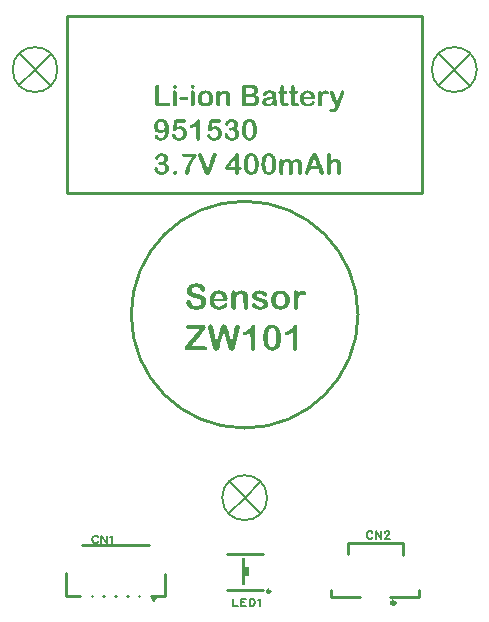
<source format=gto>
G04 Layer: TopSilkscreenLayer*
G04 EasyEDA Pro v3.2.69, 2026-01-08 09:06:00*
G04 Gerber Generator version 0.3*
G04 Scale: 100 percent, Rotated: No, Reflected: No*
G04 Dimensions in millimeters*
G04 Leading zeros omitted, absolute positions, 4 integers and 5 decimals*
G04 Generated by one-click*
%FSLAX45Y45*%
%MOMM*%
%ADD10C,0.1524*%
%ADD11C,0.254*%
%ADD12C,0.3*%
%ADD13C,0.5066*%
G75*


G04 Text Start*
G36*
G01X1709985Y4513724D02*
G01X1706576Y4513724D01*
G01X1702788Y4514861D01*
G01X1699000Y4516755D01*
G01X1696348Y4518648D01*
G01X1694455Y4520921D01*
G01X1692939Y4523951D01*
G01X1692182Y4528876D01*
G01X1692939Y4534557D01*
G01X1694833Y4538724D01*
G01X1697864Y4542133D01*
G01X1701273Y4544406D01*
G01X1703924Y4545542D01*
G01X1708091Y4545921D01*
G01X1713394Y4545164D01*
G01X1716803Y4543648D01*
G01X1719833Y4541755D01*
G01X1722485Y4539103D01*
G01X1724000Y4536073D01*
G01X1724758Y4530770D01*
G01X1724000Y4524709D01*
G01X1722485Y4521300D01*
G01X1720970Y4519027D01*
G01X1719076Y4517133D01*
G01X1716803Y4515618D01*
G01X1713773Y4514482D01*
G01X1709985Y4513724D01*
G37*
G36*
G01X1861500Y4513724D02*
G01X1857712Y4513724D01*
G01X1853924Y4514861D01*
G01X1850894Y4516376D01*
G01X1847864Y4518270D01*
G01X1845212Y4521300D01*
G01X1843697Y4524709D01*
G01X1842939Y4528876D01*
G01X1843697Y4533800D01*
G01X1845591Y4537967D01*
G01X1848242Y4541376D01*
G01X1851273Y4543648D01*
G01X1854303Y4545164D01*
G01X1858091Y4545921D01*
G01X1862258Y4545542D01*
G01X1866046Y4544406D01*
G01X1869833Y4542512D01*
G01X1873242Y4539482D01*
G01X1875136Y4535694D01*
G01X1875894Y4532664D01*
G01X1875894Y4528876D01*
G01X1874757Y4523951D01*
G01X1873242Y4520921D01*
G01X1871727Y4519027D01*
G01X1869833Y4517133D01*
G01X1867561Y4515618D01*
G01X1864909Y4514482D01*
G01X1861500Y4513724D01*
G37*
G36*
G01X3046348Y4313346D02*
G01X3037258Y4313724D01*
G01X3027788Y4315618D01*
G01X3023621Y4317512D01*
G01X3020970Y4319406D01*
G01X3019076Y4322058D01*
G01X3017939Y4326982D01*
G01X3018318Y4331148D01*
G01X3019076Y4333800D01*
G01X3021349Y4336830D01*
G01X3025894Y4339103D01*
G01X3031955Y4339482D01*
G01X3036500Y4338724D01*
G01X3041424Y4338346D01*
G01X3046348Y4338724D01*
G01X3049379Y4339482D01*
G01X3052030Y4340618D01*
G01X3053924Y4342133D01*
G01X3056576Y4344785D01*
G01X3058849Y4348573D01*
G01X3061879Y4354633D01*
G01X3063394Y4358042D01*
G01X3064530Y4361073D01*
G01X3065667Y4363724D01*
G01X3065667Y4367133D01*
G01X3053546Y4397436D01*
G01X3052030Y4401603D01*
G01X3033849Y4447058D01*
G01X3032333Y4451224D01*
G01X3024758Y4470164D01*
G01X3022485Y4476224D01*
G01X3021727Y4480391D01*
G01X3022106Y4484936D01*
G01X3023242Y4488345D01*
G01X3024758Y4490997D01*
G01X3026273Y4492891D01*
G01X3028924Y4495164D01*
G01X3032712Y4497058D01*
G01X3035742Y4497815D01*
G01X3038773Y4497815D01*
G01X3041803Y4497058D01*
G01X3044833Y4495921D01*
G01X3048243Y4493270D01*
G01X3050515Y4489861D01*
G01X3052030Y4487209D01*
G01X3053546Y4483800D01*
G01X3056576Y4475467D01*
G01X3062636Y4457285D01*
G01X3064152Y4453497D01*
G01X3070970Y4433043D01*
G01X3073243Y4426982D01*
G01X3078924Y4409936D01*
G01X3081197Y4403876D01*
G01X3082333Y4400467D01*
G01X3083091Y4399709D01*
G01X3083849Y4400467D01*
G01X3085364Y4403497D01*
G01X3088773Y4413724D01*
G01X3091045Y4419785D01*
G01X3094455Y4430012D01*
G01X3095970Y4433800D01*
G01X3099000Y4442891D01*
G01X3100515Y4446679D01*
G01X3103924Y4456906D01*
G01X3106197Y4462967D01*
G01X3109606Y4473194D01*
G01X3113015Y4482285D01*
G01X3114152Y4484936D01*
G01X3117561Y4491755D01*
G01X3120212Y4495164D01*
G01X3123621Y4497058D01*
G01X3126652Y4497815D01*
G01X3128924Y4497815D01*
G01X3132333Y4497058D01*
G01X3135743Y4495921D01*
G01X3138015Y4494406D01*
G01X3140667Y4491755D01*
G01X3142561Y4488345D01*
G01X3143318Y4485694D01*
G01X3143318Y4483800D01*
G01X3142561Y4480391D01*
G01X3141424Y4476224D01*
G01X3139151Y4468649D01*
G01X3137636Y4464861D01*
G01X3136121Y4460694D01*
G01X3134606Y4456906D01*
G01X3133091Y4452740D01*
G01X3130061Y4445164D01*
G01X3127030Y4436830D01*
G01X3125515Y4433043D01*
G01X3123242Y4426982D01*
G01X3121727Y4423194D01*
G01X3120212Y4419027D01*
G01X3118697Y4415239D01*
G01X3117182Y4411073D01*
G01X3115667Y4407285D01*
G01X3113394Y4401224D01*
G01X3111879Y4397436D01*
G01X3110364Y4393270D01*
G01X3108848Y4389482D01*
G01X3107333Y4385315D01*
G01X3104303Y4377739D01*
G01X3101273Y4369406D01*
G01X3098242Y4361830D01*
G01X3096727Y4357664D01*
G01X3095212Y4353876D01*
G01X3093697Y4349709D01*
G01X3092182Y4346300D01*
G01X3089909Y4340997D01*
G01X3088394Y4337967D01*
G01X3083849Y4330012D01*
G01X3082333Y4327740D01*
G01X3080439Y4325467D01*
G01X3078546Y4323573D01*
G01X3074758Y4320542D01*
G01X3072106Y4318649D01*
G01X3069076Y4317133D01*
G01X3065288Y4315618D01*
G01X3061500Y4314482D01*
G01X3056197Y4313724D01*
G01X3046348Y4313346D01*
G37*
G36*
G01X2835742Y4362588D02*
G01X2828167Y4362967D01*
G01X2825894Y4363345D01*
G01X2822864Y4363724D01*
G01X2818697Y4364482D01*
G01X2813394Y4365618D01*
G01X2808849Y4367133D01*
G01X2804682Y4368648D01*
G01X2798621Y4371679D01*
G01X2795970Y4373194D01*
G01X2790667Y4376982D01*
G01X2788773Y4378497D01*
G01X2783091Y4384179D01*
G01X2780818Y4387209D01*
G01X2778167Y4390997D01*
G01X2776273Y4394027D01*
G01X2774758Y4397058D01*
G01X2773242Y4400846D01*
G01X2771727Y4405012D01*
G01X2770591Y4408421D01*
G01X2769076Y4415997D01*
G01X2768318Y4423573D01*
G01X2767939Y4429255D01*
G01X2768318Y4434936D01*
G01X2769076Y4442512D01*
G01X2769151Y4442891D01*
G01X2802030Y4442891D01*
G01X2802409Y4440997D01*
G01X2831576Y4440618D01*
G01X2861500Y4440997D01*
G01X2862258Y4441565D01*
G01X2862258Y4442512D01*
G01X2861879Y4446300D01*
G01X2861121Y4450467D01*
G01X2859985Y4454255D01*
G01X2858848Y4457664D01*
G01X2857333Y4460694D01*
G01X2855061Y4464482D01*
G01X2852788Y4467512D01*
G01X2850136Y4469785D01*
G01X2847485Y4471679D01*
G01X2844455Y4473194D01*
G01X2841045Y4474330D01*
G01X2838394Y4474709D01*
G01X2834985Y4475088D01*
G01X2831955Y4475088D01*
G01X2829303Y4474709D01*
G01X2825894Y4474330D01*
G01X2821727Y4473194D01*
G01X2817561Y4471300D01*
G01X2814909Y4469406D01*
G01X2813015Y4467891D01*
G01X2810364Y4465239D01*
G01X2808091Y4461830D01*
G01X2806576Y4459179D01*
G01X2805439Y4456527D01*
G01X2804303Y4453497D01*
G01X2803167Y4449330D01*
G01X2802409Y4445542D01*
G01X2802030Y4442891D01*
G01X2802030Y4442891D01*
G01X2769151Y4442891D01*
G01X2770591Y4450088D01*
G01X2771349Y4453118D01*
G01X2772485Y4456906D01*
G01X2775515Y4464482D01*
G01X2777030Y4467512D01*
G01X2778924Y4470542D01*
G01X2781197Y4473952D01*
G01X2783849Y4477361D01*
G01X2786121Y4480391D01*
G01X2790667Y4484179D01*
G01X2793318Y4486452D01*
G01X2796727Y4488724D01*
G01X2800136Y4490618D01*
G01X2803167Y4492133D01*
G01X2806576Y4493648D01*
G01X2811121Y4495164D01*
G01X2815288Y4496300D01*
G01X2818318Y4497058D01*
G01X2824379Y4497815D01*
G01X2830439Y4498194D01*
G01X2838773Y4497815D01*
G01X2844833Y4497058D01*
G01X2849379Y4496300D01*
G01X2853545Y4495164D01*
G01X2858091Y4493648D01*
G01X2861500Y4492133D01*
G01X2864530Y4490618D01*
G01X2867939Y4488724D01*
G01X2871349Y4486452D01*
G01X2874000Y4484558D01*
G01X2875894Y4483042D01*
G01X2882333Y4476603D01*
G01X2884985Y4472815D01*
G01X2887258Y4469406D01*
G01X2888773Y4466376D01*
G01X2891046Y4461073D01*
G01X2892182Y4458043D01*
G01X2893318Y4453876D01*
G01X2894076Y4450088D01*
G01X2894455Y4444027D01*
G01X2894076Y4437967D01*
G01X2893318Y4434558D01*
G01X2891803Y4430770D01*
G01X2889909Y4428118D01*
G01X2887636Y4426224D01*
G01X2884606Y4424709D01*
G01X2880440Y4423573D01*
G01X2876652Y4422815D01*
G01X2838773Y4422436D01*
G01X2802030Y4422436D01*
G01X2802030Y4420164D01*
G01X2802409Y4416755D01*
G01X2802788Y4414103D01*
G01X2803546Y4410315D01*
G01X2804682Y4406906D01*
G01X2805818Y4403876D01*
G01X2807333Y4400846D01*
G01X2809227Y4397815D01*
G01X2811121Y4395164D01*
G01X2812636Y4393270D01*
G01X2814530Y4391376D01*
G01X2816424Y4389861D01*
G01X2819076Y4388345D01*
G01X2822106Y4386830D01*
G01X2825136Y4385694D01*
G01X2828167Y4384936D01*
G01X2833470Y4384558D01*
G01X2839530Y4384936D01*
G01X2843318Y4385694D01*
G01X2846349Y4386452D01*
G01X2849758Y4387588D01*
G01X2853167Y4389103D01*
G01X2856197Y4390997D01*
G01X2858848Y4392891D01*
G01X2860743Y4394027D01*
G01X2862636Y4395543D01*
G01X2867182Y4399330D01*
G01X2872864Y4405012D01*
G01X2875515Y4406906D01*
G01X2878924Y4408042D01*
G01X2883470Y4407664D01*
G01X2887258Y4406527D01*
G01X2889530Y4405012D01*
G01X2891424Y4402739D01*
G01X2892561Y4400088D01*
G01X2892561Y4397058D01*
G01X2891803Y4394027D01*
G01X2890667Y4390997D01*
G01X2888773Y4387209D01*
G01X2884985Y4381906D01*
G01X2881955Y4378497D01*
G01X2878167Y4375467D01*
G01X2874379Y4372815D01*
G01X2871349Y4370921D01*
G01X2868318Y4369406D01*
G01X2864909Y4367891D01*
G01X2858091Y4365618D01*
G01X2854303Y4364482D01*
G01X2850894Y4363724D01*
G01X2844076Y4362967D01*
G01X2835742Y4362588D01*
G37*
G36*
G01X2939152Y4362588D02*
G01X2935364Y4362967D01*
G01X2933091Y4364103D01*
G01X2929682Y4365997D01*
G01X2927030Y4368270D01*
G01X2925136Y4371300D01*
G01X2923621Y4375088D01*
G01X2922864Y4378118D01*
G01X2922485Y4427739D01*
G01X2922864Y4478876D01*
G01X2923621Y4483421D01*
G01X2924758Y4487588D01*
G01X2926652Y4491755D01*
G01X2929682Y4495164D01*
G01X2933470Y4497058D01*
G01X2936500Y4497815D01*
G01X2939530Y4497815D01*
G01X2943318Y4497058D01*
G01X2947106Y4495543D01*
G01X2950515Y4492512D01*
G01X2952788Y4488345D01*
G01X2953924Y4484936D01*
G01X2954682Y4478876D01*
G01X2955250Y4478402D01*
G01X2956197Y4479255D01*
G01X2958470Y4482285D01*
G01X2960742Y4485694D01*
G01X2963015Y4488345D01*
G01X2967561Y4492891D01*
G01X2970970Y4495164D01*
G01X2974758Y4496679D01*
G01X2980440Y4497815D01*
G01X2984985Y4497815D01*
G01X2990288Y4497058D01*
G01X2993697Y4496300D01*
G01X2997864Y4495164D01*
G01X3001652Y4493648D01*
G01X3005061Y4491755D01*
G01X3008470Y4489482D01*
G01X3011121Y4487209D01*
G01X3012636Y4484936D01*
G01X3013773Y4481148D01*
G01X3013394Y4475845D01*
G01X3011500Y4471300D01*
G01X3008470Y4467891D01*
G01X3004303Y4465618D01*
G01X3000894Y4465239D01*
G01X2997106Y4465997D01*
G01X2992939Y4467133D01*
G01X2989152Y4468270D01*
G01X2985743Y4469027D01*
G01X2981197Y4469406D01*
G01X2975894Y4469027D01*
G01X2972864Y4468270D01*
G01X2969833Y4467133D01*
G01X2967182Y4465239D01*
G01X2965288Y4463346D01*
G01X2963394Y4461073D01*
G01X2961879Y4458421D01*
G01X2960742Y4455770D01*
G01X2959606Y4452740D01*
G01X2958470Y4448573D01*
G01X2957712Y4444785D01*
G01X2956955Y4439482D01*
G01X2956197Y4429633D01*
G01X2955818Y4405012D01*
G01X2955439Y4379633D01*
G01X2954682Y4375846D01*
G01X2953546Y4372436D01*
G01X2952030Y4369406D01*
G01X2949379Y4366376D01*
G01X2946348Y4364482D01*
G01X2943697Y4363345D01*
G01X2939152Y4362588D01*
G37*
G36*
G01X1592561Y4073573D02*
G01X1588773Y4073573D01*
G01X1586121Y4073952D01*
G01X1581197Y4074330D01*
G01X1576651Y4075088D01*
G01X1572106Y4076224D01*
G01X1567560Y4077739D01*
G01X1564152Y4079255D01*
G01X1561121Y4080770D01*
G01X1558470Y4082285D01*
G01X1556197Y4083800D01*
G01X1550136Y4088346D01*
G01X1548243Y4090239D01*
G01X1545212Y4094027D01*
G01X1543697Y4096300D01*
G01X1542182Y4098952D01*
G01X1540667Y4102361D01*
G01X1539530Y4105391D01*
G01X1539152Y4109558D01*
G01X1539530Y4114482D01*
G01X1540667Y4117512D01*
G01X1541803Y4119785D01*
G01X1544076Y4122058D01*
G01X1547485Y4123951D01*
G01X1551651Y4124709D01*
G01X1556576Y4123951D01*
G01X1559985Y4122436D01*
G01X1562257Y4120921D01*
G01X1565288Y4117891D01*
G01X1567182Y4115239D01*
G01X1568697Y4111452D01*
G01X1570591Y4108042D01*
G01X1572485Y4105391D01*
G01X1574000Y4103497D01*
G01X1575515Y4101982D01*
G01X1578167Y4100088D01*
G01X1581955Y4098194D01*
G01X1584985Y4097057D01*
G01X1590288Y4096679D01*
G01X1597106Y4097436D01*
G01X1601652Y4098952D01*
G01X1606955Y4101603D01*
G01X1608848Y4103118D01*
G01X1613394Y4107664D01*
G01X1616046Y4111452D01*
G01X1617939Y4114861D01*
G01X1619454Y4118648D01*
G01X1620970Y4123573D01*
G01X1622106Y4127361D01*
G01X1623621Y4135694D01*
G01X1624379Y4140997D01*
G01X1625136Y4149330D01*
G01X1625515Y4153118D01*
G01X1625231Y4155012D01*
G01X1624379Y4155391D01*
G01X1622485Y4153876D01*
G01X1616803Y4148194D01*
G01X1614151Y4146300D01*
G01X1611121Y4144406D01*
G01X1607712Y4142512D01*
G01X1603924Y4140618D01*
G01X1600894Y4139482D01*
G01X1594076Y4137967D01*
G01X1587636Y4137588D01*
G01X1578924Y4137967D01*
G01X1572864Y4139103D01*
G01X1567939Y4140618D01*
G01X1564530Y4142133D01*
G01X1557712Y4145543D01*
G01X1553924Y4148194D01*
G01X1550894Y4150467D01*
G01X1545212Y4156149D01*
G01X1543697Y4158042D01*
G01X1541803Y4160694D01*
G01X1539909Y4163724D01*
G01X1536879Y4169785D01*
G01X1535742Y4172815D01*
G01X1534606Y4176224D01*
G01X1533470Y4180012D01*
G01X1532712Y4183421D01*
G01X1531955Y4190239D01*
G01X1531576Y4192891D01*
G01X1531896Y4197058D01*
G01X1564152Y4197058D01*
G01X1564530Y4189482D01*
G01X1565288Y4185315D01*
G01X1566424Y4180770D01*
G01X1567939Y4176982D01*
G01X1569455Y4173952D01*
G01X1570591Y4172058D01*
G01X1572106Y4170164D01*
G01X1576651Y4165618D01*
G01X1580061Y4163345D01*
G01X1583091Y4161830D01*
G01X1586879Y4161073D01*
G01X1586879Y4161073D01*
G01X1589530Y4160694D01*
G01X1592182Y4160315D01*
G01X1595591Y4160694D01*
G01X1598242Y4161073D01*
G01X1601273Y4161830D01*
G01X1604682Y4163345D01*
G01X1608470Y4165239D01*
G01X1611121Y4167133D01*
G01X1613015Y4168648D01*
G01X1614909Y4170542D01*
G01X1617182Y4173573D01*
G01X1619454Y4177361D01*
G01X1620970Y4181527D01*
G01X1622106Y4184936D01*
G01X1622485Y4192891D01*
G01X1622106Y4200845D01*
G01X1621349Y4205012D01*
G01X1620212Y4209558D01*
G01X1619076Y4212588D01*
G01X1617561Y4215997D01*
G01X1615288Y4219406D01*
G01X1613394Y4222057D01*
G01X1609606Y4225845D01*
G01X1607333Y4227739D01*
G01X1604303Y4229633D01*
G01X1600894Y4231148D01*
G01X1597864Y4231906D01*
G01X1594076Y4232285D01*
G01X1588773Y4231906D01*
G01X1583848Y4230770D01*
G01X1580439Y4229255D01*
G01X1577788Y4227739D01*
G01X1575515Y4225845D01*
G01X1571727Y4222057D01*
G01X1569833Y4219406D01*
G01X1567939Y4215997D01*
G01X1566424Y4212588D01*
G01X1565288Y4208421D01*
G01X1564530Y4204633D01*
G01X1564152Y4197058D01*
G01X1531896Y4197058D01*
G01X1531955Y4197815D01*
G01X1532712Y4204633D01*
G01X1533849Y4210694D01*
G01X1535364Y4215618D01*
G01X1536879Y4219785D01*
G01X1538394Y4223194D01*
G01X1539909Y4226224D01*
G01X1541424Y4228876D01*
G01X1542940Y4231148D01*
G01X1544455Y4233042D01*
G01X1545591Y4234936D01*
G01X1547106Y4236830D01*
G01X1551651Y4241376D01*
G01X1554682Y4243648D01*
G01X1556576Y4245164D01*
G01X1558849Y4246679D01*
G01X1561879Y4248573D01*
G01X1564909Y4250088D01*
G01X1567560Y4251224D01*
G01X1570591Y4252361D01*
G01X1574000Y4253497D01*
G01X1578167Y4254633D01*
G01X1581955Y4255391D01*
G01X1591045Y4256149D01*
G01X1592939Y4256149D01*
G01X1596727Y4255770D01*
G01X1602409Y4255391D01*
G01X1606955Y4254633D01*
G01X1613015Y4253118D01*
G01X1616424Y4251982D01*
G01X1619454Y4250846D01*
G01X1621727Y4249709D01*
G01X1624379Y4248194D01*
G01X1627788Y4246300D01*
G01X1631197Y4244027D01*
G01X1633848Y4241755D01*
G01X1636121Y4239861D01*
G01X1638394Y4237588D01*
G01X1640288Y4235315D01*
G01X1642561Y4232664D01*
G01X1644833Y4229255D01*
G01X1646727Y4226224D01*
G01X1648242Y4223573D01*
G01X1649758Y4220542D01*
G01X1651273Y4216754D01*
G01X1652788Y4212588D01*
G01X1654303Y4208043D01*
G01X1655439Y4203876D01*
G01X1656197Y4200845D01*
G01X1657712Y4192512D01*
G01X1658470Y4185694D01*
G01X1659227Y4171300D01*
G01X1659227Y4169027D01*
G01X1658470Y4153118D01*
G01X1658091Y4150467D01*
G01X1657712Y4145543D01*
G01X1656955Y4140997D01*
G01X1656576Y4138345D01*
G01X1655818Y4134179D01*
G01X1653545Y4125088D01*
G01X1652030Y4120164D01*
G01X1649000Y4112588D01*
G01X1647485Y4109558D01*
G01X1645970Y4106906D01*
G01X1644455Y4103876D01*
G01X1642561Y4100845D01*
G01X1640667Y4098194D01*
G01X1639530Y4096300D01*
G01X1638015Y4094406D01*
G01X1630439Y4086830D01*
G01X1627409Y4084558D01*
G01X1624000Y4082285D01*
G01X1621349Y4080770D01*
G01X1618318Y4079255D01*
G01X1614909Y4077739D01*
G01X1607333Y4075467D01*
G01X1604303Y4074709D01*
G01X1601652Y4074330D01*
G01X1598242Y4073952D01*
G01X1592561Y4073573D01*
G37*
G36*
G01X1745591Y4073194D02*
G01X1739530Y4073573D01*
G01X1736879Y4073952D01*
G01X1733470Y4074330D01*
G01X1730818Y4074709D01*
G01X1726652Y4075467D01*
G01X1721349Y4076982D01*
G01X1717182Y4078497D01*
G01X1713773Y4080012D01*
G01X1709985Y4081906D01*
G01X1706576Y4084179D01*
G01X1703167Y4086830D01*
G01X1700136Y4089103D01*
G01X1696348Y4092891D01*
G01X1694076Y4095542D01*
G01X1691803Y4098952D01*
G01X1689909Y4102361D01*
G01X1688394Y4105770D01*
G01X1686879Y4109936D01*
G01X1685742Y4115239D01*
G01X1686121Y4120164D01*
G01X1687636Y4123573D01*
G01X1688773Y4125846D01*
G01X1691045Y4128118D01*
G01X1694076Y4130012D01*
G01X1697485Y4130770D01*
G01X1702409Y4130391D01*
G01X1706197Y4129255D01*
G01X1708470Y4127739D01*
G01X1711121Y4125088D01*
G01X1713394Y4121679D01*
G01X1714909Y4119027D01*
G01X1716424Y4115997D01*
G01X1718318Y4112588D01*
G01X1719833Y4109936D01*
G01X1721349Y4108042D01*
G01X1725136Y4104255D01*
G01X1727030Y4102739D01*
G01X1729303Y4101224D01*
G01X1731955Y4099709D01*
G01X1735364Y4098194D01*
G01X1738773Y4097057D01*
G01X1744076Y4096679D01*
G01X1751652Y4097057D01*
G01X1756576Y4098194D01*
G01X1759985Y4099709D01*
G01X1763773Y4101982D01*
G01X1766803Y4104255D01*
G01X1769455Y4106906D01*
G01X1771727Y4110315D01*
G01X1773242Y4112967D01*
G01X1774379Y4115618D01*
G01X1775515Y4118648D01*
G01X1776652Y4122815D01*
G01X1777409Y4126603D01*
G01X1777788Y4131906D01*
G01X1777409Y4139482D01*
G01X1776652Y4144785D01*
G01X1775515Y4148951D01*
G01X1774000Y4153118D01*
G01X1772106Y4156906D01*
G01X1770212Y4159557D01*
G01X1768697Y4161452D01*
G01X1764909Y4165239D01*
G01X1762258Y4167133D01*
G01X1759227Y4168648D01*
G01X1755818Y4169785D01*
G01X1752409Y4170542D01*
G01X1747106Y4170921D01*
G01X1741803Y4170542D01*
G01X1739151Y4170164D01*
G01X1734985Y4169406D01*
G01X1731197Y4167891D01*
G01X1728167Y4165997D01*
G01X1724758Y4163724D01*
G01X1722106Y4161830D01*
G01X1719076Y4159557D01*
G01X1715288Y4156906D01*
G01X1712258Y4155012D01*
G01X1708470Y4153497D01*
G01X1703924Y4153118D01*
G01X1700894Y4153876D01*
G01X1698242Y4154633D01*
G01X1695970Y4156149D01*
G01X1692182Y4159936D01*
G01X1690667Y4162588D01*
G01X1689909Y4165997D01*
G01X1690288Y4169027D01*
G01X1691803Y4178118D01*
G01X1692560Y4181906D01*
G01X1694076Y4190997D01*
G01X1694833Y4194785D01*
G01X1696348Y4203876D01*
G01X1697864Y4212209D01*
G01X1699379Y4221300D01*
G01X1700136Y4225088D01*
G01X1700894Y4229633D01*
G01X1702409Y4237209D01*
G01X1703545Y4241376D01*
G01X1705061Y4244785D01*
G01X1706576Y4247058D01*
G01X1709606Y4250088D01*
G01X1712636Y4251982D01*
G01X1716045Y4253118D01*
G01X1753924Y4253497D01*
G01X1791803Y4253118D01*
G01X1795212Y4252361D01*
G01X1798621Y4251224D01*
G01X1800894Y4250088D01*
G01X1802788Y4248573D01*
G01X1804682Y4245543D01*
G01X1805818Y4239861D01*
G01X1805061Y4234558D01*
G01X1803924Y4231906D01*
G01X1801651Y4229255D01*
G01X1798621Y4227361D01*
G01X1795970Y4226224D01*
G01X1762636Y4225467D01*
G01X1730061Y4224709D01*
G01X1728924Y4221300D01*
G01X1728167Y4217512D01*
G01X1726652Y4208421D01*
G01X1725894Y4204633D01*
G01X1724379Y4195542D01*
G01X1723621Y4191755D01*
G01X1723242Y4188346D01*
G01X1723621Y4186736D01*
G01X1724758Y4186451D01*
G01X1727409Y4187588D01*
G01X1730440Y4189103D01*
G01X1734606Y4190618D01*
G01X1739151Y4192133D01*
G01X1743318Y4193270D01*
G01X1746349Y4194027D01*
G01X1753924Y4194406D01*
G01X1761500Y4194027D01*
G01X1764151Y4193649D01*
G01X1768318Y4192891D01*
G01X1773242Y4191376D01*
G01X1776652Y4189861D01*
G01X1782712Y4186830D01*
G01X1785742Y4184936D01*
G01X1791045Y4181148D01*
G01X1793697Y4178876D01*
G01X1797485Y4175088D01*
G01X1799000Y4173194D01*
G01X1800894Y4170542D01*
G01X1803167Y4166755D01*
G01X1805061Y4163724D01*
G01X1806197Y4161073D01*
G01X1807333Y4158042D01*
G01X1808849Y4153876D01*
G01X1809985Y4150088D01*
G01X1810742Y4144785D01*
G01X1811121Y4138345D01*
G01X1810742Y4131906D01*
G01X1809606Y4123951D01*
G01X1808849Y4120164D01*
G01X1807333Y4115239D01*
G01X1805818Y4111452D01*
G01X1803546Y4106148D01*
G01X1802030Y4103497D01*
G01X1800136Y4100467D01*
G01X1798243Y4097815D01*
G01X1795212Y4094027D01*
G01X1789530Y4088346D01*
G01X1786500Y4086073D01*
G01X1782712Y4083421D01*
G01X1779682Y4081527D01*
G01X1773621Y4078497D01*
G01X1770591Y4077361D01*
G01X1767182Y4076224D01*
G01X1763015Y4075088D01*
G01X1759227Y4074330D01*
G01X1752409Y4073573D01*
G01X1745591Y4073194D01*
G37*
G36*
G01X1907712Y4073194D02*
G01X1903167Y4073952D01*
G01X1900136Y4075467D01*
G01X1897106Y4077739D01*
G01X1894076Y4081148D01*
G01X1892561Y4084558D01*
G01X1891803Y4087209D01*
G01X1891045Y4202361D01*
G01X1890477Y4203023D01*
G01X1889530Y4202740D01*
G01X1887258Y4201224D01*
G01X1885364Y4199709D01*
G01X1877409Y4194027D01*
G01X1870591Y4189482D01*
G01X1866803Y4187209D01*
G01X1863773Y4185315D01*
G01X1860743Y4183800D01*
G01X1857333Y4182285D01*
G01X1853924Y4181148D01*
G01X1850894Y4180391D01*
G01X1847485Y4180770D01*
G01X1844076Y4182285D01*
G01X1841803Y4183421D01*
G01X1839530Y4185694D01*
G01X1837636Y4188724D01*
G01X1836879Y4193270D01*
G01X1837636Y4198194D01*
G01X1838773Y4200845D01*
G01X1841045Y4203118D01*
G01X1843697Y4205012D01*
G01X1846349Y4206527D01*
G01X1861500Y4214103D01*
G01X1866803Y4217133D01*
G01X1869833Y4219027D01*
G01X1875136Y4222815D01*
G01X1883091Y4229633D01*
G01X1884985Y4231527D01*
G01X1888015Y4235315D01*
G01X1889909Y4237209D01*
G01X1894455Y4242891D01*
G01X1900136Y4250846D01*
G01X1903167Y4254255D01*
G01X1905345Y4255391D01*
G01X1908091Y4255770D01*
G01X1913015Y4255391D01*
G01X1916424Y4254255D01*
G01X1919455Y4251982D01*
G01X1921727Y4248951D01*
G01X1923243Y4245921D01*
G01X1924000Y4242133D01*
G01X1924379Y4238724D01*
G01X1924758Y4168648D01*
G01X1924379Y4098573D01*
G01X1923621Y4090239D01*
G01X1922864Y4086451D01*
G01X1921727Y4082664D01*
G01X1920591Y4080391D01*
G01X1919076Y4078497D01*
G01X1917182Y4076603D01*
G01X1914530Y4074709D01*
G01X1911500Y4073573D01*
G01X1907712Y4073194D01*
G37*
G36*
G01X2042561Y4073194D02*
G01X2036500Y4073573D01*
G01X2033849Y4073952D01*
G01X2030439Y4074330D01*
G01X2025894Y4075088D01*
G01X2020970Y4076224D01*
G01X2017561Y4077361D01*
G01X2014530Y4078497D01*
G01X2011879Y4079633D01*
G01X2008470Y4081148D01*
G01X2005061Y4083421D01*
G01X2002409Y4084936D01*
G01X2000515Y4086451D01*
G01X1995970Y4090239D01*
G01X1994076Y4092133D01*
G01X1991803Y4094785D01*
G01X1989530Y4098194D01*
G01X1987636Y4101224D01*
G01X1986121Y4104255D01*
G01X1984606Y4108042D01*
G01X1983470Y4111452D01*
G01X1983091Y4116376D01*
G01X1983848Y4122058D01*
G01X1985364Y4124709D01*
G01X1986879Y4126603D01*
G01X1988773Y4128497D01*
G01X1991046Y4130012D01*
G01X1995591Y4130770D01*
G01X2000136Y4130391D01*
G01X2002788Y4129633D01*
G01X2005061Y4128118D01*
G01X2008848Y4124330D01*
G01X2010364Y4122058D01*
G01X2013394Y4115997D01*
G01X2015288Y4112967D01*
G01X2019076Y4107664D01*
G01X2021349Y4105012D01*
G01X2023242Y4103497D01*
G01X2025894Y4101603D01*
G01X2028924Y4099709D01*
G01X2032333Y4098194D01*
G01X2035742Y4097057D01*
G01X2042561Y4096679D01*
G01X2050894Y4097436D01*
G01X2055439Y4098952D01*
G01X2059227Y4100845D01*
G01X2061879Y4102739D01*
G01X2063773Y4104255D01*
G01X2066424Y4106906D01*
G01X2068697Y4109936D01*
G01X2070212Y4112209D01*
G01X2071348Y4114861D01*
G01X2072485Y4117891D01*
G01X2073621Y4122058D01*
G01X2074379Y4125846D01*
G01X2074758Y4132664D01*
G01X2074379Y4140239D01*
G01X2073621Y4144785D01*
G01X2072485Y4149709D01*
G01X2070970Y4153497D01*
G01X2069455Y4156527D01*
G01X2067939Y4158800D01*
G01X2066045Y4161452D01*
G01X2063773Y4164103D01*
G01X2061879Y4165618D01*
G01X2059227Y4167133D01*
G01X2056197Y4168648D01*
G01X2053167Y4169785D01*
G01X2050136Y4170542D01*
G01X2044455Y4170921D01*
G01X2038773Y4170542D01*
G01X2036121Y4170164D01*
G01X2032333Y4169406D01*
G01X2028545Y4167891D01*
G01X2025894Y4166376D01*
G01X2023621Y4164861D01*
G01X2013015Y4157285D01*
G01X2010742Y4155770D01*
G01X2007712Y4154254D01*
G01X2004682Y4153118D01*
G01X2000894Y4153118D01*
G01X1996349Y4154254D01*
G01X1993697Y4155770D01*
G01X1991803Y4157285D01*
G01X1989909Y4159179D01*
G01X1988394Y4161073D01*
G01X1987258Y4163724D01*
G01X1987258Y4168270D01*
G01X1988015Y4172815D01*
G01X1988773Y4176603D01*
G01X1991046Y4190239D01*
G01X1991803Y4194027D01*
G01X1993318Y4203118D01*
G01X1994076Y4206906D01*
G01X1995591Y4215997D01*
G01X1996349Y4219785D01*
G01X1997864Y4228876D01*
G01X1999379Y4236452D01*
G01X2000136Y4239482D01*
G01X2001273Y4242512D01*
G01X2002788Y4245543D01*
G01X2004682Y4248194D01*
G01X2006576Y4250088D01*
G01X2009606Y4251982D01*
G01X2013015Y4253118D01*
G01X2050136Y4253497D01*
G01X2088773Y4253118D01*
G01X2093697Y4251982D01*
G01X2097864Y4250088D01*
G01X2100515Y4247815D01*
G01X2102030Y4245543D01*
G01X2102788Y4241376D01*
G01X2102409Y4236452D01*
G01X2101273Y4232664D01*
G01X2098621Y4229255D01*
G01X2095591Y4227361D01*
G01X2092939Y4226224D01*
G01X2059985Y4225467D01*
G01X2027409Y4224709D01*
G01X2026462Y4223289D01*
G01X2025894Y4220542D01*
G01X2025136Y4215997D01*
G01X2024379Y4212209D01*
G01X2022864Y4203118D01*
G01X2022106Y4199330D01*
G01X2020591Y4190239D01*
G01X2020212Y4187588D01*
G01X2020496Y4186546D01*
G01X2021349Y4186451D01*
G01X2024379Y4187588D01*
G01X2027788Y4189103D01*
G01X2031576Y4190618D01*
G01X2036121Y4192133D01*
G01X2040288Y4193270D01*
G01X2043318Y4194027D01*
G01X2050136Y4194406D01*
G01X2058470Y4194027D01*
G01X2063015Y4193270D01*
G01X2069076Y4191755D01*
G01X2072106Y4190618D01*
G01X2074758Y4189482D01*
G01X2078167Y4187967D01*
G01X2081955Y4185694D01*
G01X2085742Y4183043D01*
G01X2088773Y4180770D01*
G01X2095212Y4174330D01*
G01X2097864Y4170542D01*
G01X2100136Y4167133D01*
G01X2102030Y4163724D01*
G01X2103545Y4160694D01*
G01X2104682Y4157664D01*
G01X2105818Y4154254D01*
G01X2106955Y4149709D01*
G01X2107712Y4145543D01*
G01X2108091Y4137967D01*
G01X2107712Y4129633D01*
G01X2106955Y4125846D01*
G01X2106197Y4121300D01*
G01X2105061Y4117133D01*
G01X2103924Y4113724D01*
G01X2102788Y4110694D01*
G01X2099379Y4103876D01*
G01X2097106Y4100467D01*
G01X2095212Y4097436D01*
G01X2093318Y4095164D01*
G01X2086121Y4087967D01*
G01X2083470Y4085694D01*
G01X2079682Y4083421D01*
G01X2076651Y4081527D01*
G01X2070591Y4078497D01*
G01X2067561Y4077361D01*
G01X2064152Y4076224D01*
G01X2059985Y4075088D01*
G01X2056197Y4074330D01*
G01X2049379Y4073573D01*
G01X2042561Y4073194D01*
G37*
G36*
G01X2191045Y4073194D02*
G01X2183470Y4073573D01*
G01X2179682Y4074330D01*
G01X2174379Y4075467D01*
G01X2170591Y4076603D01*
G01X2167940Y4077361D01*
G01X2165288Y4078497D01*
G01X2159227Y4081527D01*
G01X2156576Y4083043D01*
G01X2154303Y4084558D01*
G01X2152409Y4085694D01*
G01X2150515Y4087209D01*
G01X2145212Y4091754D01*
G01X2143697Y4093649D01*
G01X2141424Y4096300D01*
G01X2139151Y4099330D01*
G01X2137258Y4101982D01*
G01X2135364Y4105391D01*
G01X2133848Y4108421D01*
G01X2132712Y4111073D01*
G01X2131576Y4114103D01*
G01X2130439Y4118270D01*
G01X2130439Y4123573D01*
G01X2131576Y4127739D01*
G01X2133091Y4130770D01*
G01X2135742Y4133800D01*
G01X2139530Y4136073D01*
G01X2142561Y4137209D01*
G01X2145970Y4137209D01*
G01X2150136Y4136073D01*
G01X2152788Y4134558D01*
G01X2154682Y4133042D01*
G01X2156576Y4130770D01*
G01X2158091Y4127361D01*
G01X2159606Y4123573D01*
G01X2164152Y4114482D01*
G01X2165667Y4111830D01*
G01X2167182Y4109558D01*
G01X2168318Y4107664D01*
G01X2169833Y4105770D01*
G01X2173621Y4101982D01*
G01X2175894Y4100467D01*
G01X2179303Y4098952D01*
G01X2182712Y4097815D01*
G01X2189909Y4097436D01*
G01X2198621Y4098194D01*
G01X2203167Y4099709D01*
G01X2205818Y4101224D01*
G01X2208091Y4102361D01*
G01X2210364Y4103876D01*
G01X2214909Y4108421D01*
G01X2217182Y4111830D01*
G01X2219076Y4115239D01*
G01X2220591Y4119027D01*
G01X2221349Y4122058D01*
G01X2221727Y4127739D01*
G01X2221349Y4133421D01*
G01X2220591Y4137588D01*
G01X2219455Y4142133D01*
G01X2217939Y4145543D01*
G01X2216424Y4148194D01*
G01X2213394Y4151982D01*
G01X2211879Y4153497D01*
G01X2209227Y4155391D01*
G01X2205818Y4157285D01*
G01X2202030Y4158421D01*
G01X2198621Y4159179D01*
G01X2192561Y4159557D01*
G01X2186500Y4159179D01*
G01X2181197Y4158800D01*
G01X2174379Y4159179D01*
G01X2170591Y4160315D01*
G01X2168318Y4161830D01*
G01X2166424Y4163724D01*
G01X2164909Y4165997D01*
G01X2164152Y4170164D01*
G01X2164909Y4175088D01*
G01X2166424Y4177739D01*
G01X2167940Y4179633D01*
G01X2170212Y4181527D01*
G01X2173243Y4183043D01*
G01X2179682Y4183800D01*
G01X2185742Y4184179D01*
G01X2188773Y4184558D01*
G01X2192561Y4184936D01*
G01X2195591Y4185694D01*
G01X2198242Y4186451D01*
G01X2200894Y4187588D01*
G01X2203924Y4189482D01*
G01X2206197Y4191376D01*
G01X2209606Y4194785D01*
G01X2211500Y4197815D01*
G01X2213015Y4201982D01*
G01X2213773Y4206906D01*
G01X2213773Y4210694D01*
G01X2213394Y4213724D01*
G01X2212636Y4217133D01*
G01X2211121Y4220542D01*
G01X2209606Y4223194D01*
G01X2208470Y4225088D01*
G01X2206955Y4226603D01*
G01X2205061Y4228118D01*
G01X2202409Y4230012D01*
G01X2199000Y4231527D01*
G01X2195970Y4232285D01*
G01X2193318Y4232664D01*
G01X2190288Y4233042D01*
G01X2187258Y4232664D01*
G01X2183849Y4232285D01*
G01X2180061Y4231527D01*
G01X2176651Y4230012D01*
G01X2172864Y4228118D01*
G01X2169455Y4225088D01*
G01X2167182Y4221679D01*
G01X2165667Y4219027D01*
G01X2162636Y4212967D01*
G01X2161500Y4210315D01*
G01X2159985Y4206906D01*
G01X2158091Y4204255D01*
G01X2155439Y4202361D01*
G01X2149758Y4201224D01*
G01X2144455Y4201982D01*
G01X2141046Y4203876D01*
G01X2138394Y4206148D01*
G01X2136879Y4208421D01*
G01X2135742Y4211830D01*
G01X2135742Y4217512D01*
G01X2136879Y4222436D01*
G01X2138394Y4225845D01*
G01X2139909Y4228876D01*
G01X2141803Y4231906D01*
G01X2143697Y4234558D01*
G01X2145212Y4236452D01*
G01X2150894Y4242133D01*
G01X2152788Y4243648D01*
G01X2155439Y4245543D01*
G01X2158470Y4247436D01*
G01X2164530Y4250467D01*
G01X2167561Y4251603D01*
G01X2170970Y4252739D01*
G01X2174758Y4253876D01*
G01X2178167Y4254633D01*
G01X2183470Y4255391D01*
G01X2191424Y4255770D01*
G01X2200894Y4255391D01*
G01X2205439Y4254633D01*
G01X2209227Y4253876D01*
G01X2213773Y4252739D01*
G01X2217939Y4251224D01*
G01X2221349Y4249709D01*
G01X2225136Y4247815D01*
G01X2228924Y4245164D01*
G01X2231955Y4242891D01*
G01X2237636Y4237209D01*
G01X2239530Y4234558D01*
G01X2241424Y4231527D01*
G01X2242939Y4228497D01*
G01X2244454Y4224330D01*
G01X2245591Y4220542D01*
G01X2245970Y4212967D01*
G01X2245591Y4205391D01*
G01X2244833Y4201603D01*
G01X2243697Y4197436D01*
G01X2242182Y4194027D01*
G01X2240288Y4190618D01*
G01X2238773Y4187967D01*
G01X2237258Y4186073D01*
G01X2232712Y4180770D01*
G01X2227030Y4175088D01*
G01X2227030Y4173194D01*
G01X2229682Y4171300D01*
G01X2233091Y4169027D01*
G01X2235743Y4167133D01*
G01X2239530Y4164103D01*
G01X2245212Y4158421D01*
G01X2247106Y4155770D01*
G01X2249000Y4152739D01*
G01X2250515Y4150088D01*
G01X2251652Y4147436D01*
G01X2252788Y4144406D01*
G01X2253924Y4140239D01*
G01X2254682Y4136452D01*
G01X2255061Y4131906D01*
G01X2254682Y4126603D01*
G01X2253924Y4121300D01*
G01X2252788Y4116376D01*
G01X2251652Y4112967D01*
G01X2250515Y4109936D01*
G01X2247106Y4103118D01*
G01X2245212Y4100088D01*
G01X2240667Y4094027D01*
G01X2236879Y4090239D01*
G01X2233091Y4087209D01*
G01X2230440Y4084936D01*
G01X2226652Y4082664D01*
G01X2223621Y4080770D01*
G01X2218318Y4078497D01*
G01X2215288Y4077361D01*
G01X2211879Y4076224D01*
G01X2208091Y4075088D01*
G01X2204682Y4074330D01*
G01X2198621Y4073573D01*
G01X2191045Y4073194D01*
G37*
G36*
G01X2342561Y4073573D02*
G01X2340288Y4073573D01*
G01X2337258Y4073952D01*
G01X2332712Y4074330D01*
G01X2329682Y4075088D01*
G01X2327030Y4075467D01*
G01X2324000Y4076224D01*
G01X2316424Y4079255D01*
G01X2313015Y4081148D01*
G01X2309227Y4083421D01*
G01X2306576Y4085315D01*
G01X2303924Y4087588D01*
G01X2300894Y4089861D01*
G01X2299000Y4091754D01*
G01X2297485Y4093649D01*
G01X2295212Y4096300D01*
G01X2292561Y4100088D01*
G01X2290667Y4102739D01*
G01X2289152Y4105391D01*
G01X2286121Y4111452D01*
G01X2284606Y4115997D01*
G01X2283091Y4120921D01*
G01X2281955Y4124330D01*
G01X2280439Y4131906D01*
G01X2279682Y4137967D01*
G01X2278924Y4144785D01*
G01X2278545Y4162588D01*
G01X2278626Y4166376D01*
G01X2311879Y4166376D01*
G01X2312258Y4146300D01*
G01X2313015Y4137967D01*
G01X2313773Y4131906D01*
G01X2314152Y4129255D01*
G01X2314909Y4125088D01*
G01X2316045Y4121300D01*
G01X2316803Y4118270D01*
G01X2317939Y4115239D01*
G01X2321348Y4108421D01*
G01X2323242Y4105770D01*
G01X2324758Y4103876D01*
G01X2327030Y4101982D01*
G01X2330439Y4100088D01*
G01X2333849Y4098952D01*
G01X2333849Y4098952D01*
G01X2335742Y4098573D01*
G01X2340288Y4098194D01*
G01X2346727Y4098952D01*
G01X2350136Y4100088D01*
G01X2352788Y4101224D01*
G01X2355061Y4102739D01*
G01X2356955Y4104255D01*
G01X2359227Y4106906D01*
G01X2361500Y4110315D01*
G01X2363394Y4113724D01*
G01X2364909Y4117891D01*
G01X2366046Y4121300D01*
G01X2367561Y4128876D01*
G01X2368318Y4134179D01*
G01X2369076Y4142512D01*
G01X2369454Y4164482D01*
G01X2369076Y4186451D01*
G01X2368697Y4189103D01*
G01X2368318Y4194027D01*
G01X2367561Y4199330D01*
G01X2366046Y4206906D01*
G01X2364909Y4211073D01*
G01X2363394Y4215239D01*
G01X2361879Y4218270D01*
G01X2360743Y4220921D01*
G01X2359227Y4223194D01*
G01X2354682Y4227739D01*
G01X2350894Y4230012D01*
G01X2347864Y4231148D01*
G01X2341424Y4231527D01*
G01X2334985Y4231148D01*
G01X2331955Y4230391D01*
G01X2328546Y4228876D01*
G01X2325136Y4226603D01*
G01X2322106Y4223573D01*
G01X2319833Y4220164D01*
G01X2317939Y4216376D01*
G01X2315288Y4208421D01*
G01X2313773Y4200845D01*
G01X2313015Y4194785D01*
G01X2312258Y4186451D01*
G01X2311879Y4166376D01*
G01X2278626Y4166376D01*
G01X2278924Y4180391D01*
G01X2279303Y4183421D01*
G01X2279682Y4188724D01*
G01X2280439Y4194785D01*
G01X2281197Y4200088D01*
G01X2281955Y4203876D01*
G01X2282333Y4206527D01*
G01X2283091Y4209558D01*
G01X2285364Y4217133D01*
G01X2286879Y4220542D01*
G01X2288394Y4224330D01*
G01X2290288Y4228118D01*
G01X2292561Y4231527D01*
G01X2294455Y4234558D01*
G01X2296348Y4236830D01*
G01X2300894Y4242133D01*
G01X2304682Y4245164D01*
G01X2307333Y4247058D01*
G01X2310364Y4248951D01*
G01X2313015Y4250467D01*
G01X2316424Y4251982D01*
G01X2320212Y4253497D01*
G01X2324000Y4254633D01*
G01X2327409Y4255391D01*
G01X2334227Y4256149D01*
G01X2338394Y4256527D01*
G01X2344833Y4256149D01*
G01X2350136Y4255391D01*
G01X2353924Y4254633D01*
G01X2356955Y4253876D01*
G01X2360364Y4252739D01*
G01X2364530Y4251224D01*
G01X2368318Y4249330D01*
G01X2371349Y4247436D01*
G01X2374000Y4245921D01*
G01X2376273Y4244027D01*
G01X2378924Y4241755D01*
G01X2381197Y4239482D01*
G01X2382712Y4237588D01*
G01X2384606Y4235694D01*
G01X2386121Y4233800D01*
G01X2388015Y4231148D01*
G01X2390288Y4227361D01*
G01X2392182Y4224330D01*
G01X2393697Y4221300D01*
G01X2395212Y4217512D01*
G01X2396727Y4213346D01*
G01X2398242Y4208421D01*
G01X2399379Y4204633D01*
G01X2400894Y4196300D01*
G01X2401652Y4190997D01*
G01X2402409Y4182664D01*
G01X2402788Y4164861D01*
G01X2402409Y4147058D01*
G01X2402030Y4143270D01*
G01X2401652Y4138724D01*
G01X2400894Y4133421D01*
G01X2400136Y4128876D01*
G01X2399758Y4126224D01*
G01X2399000Y4123194D01*
G01X2396727Y4115618D01*
G01X2395591Y4112588D01*
G01X2394455Y4109936D01*
G01X2391046Y4103118D01*
G01X2388773Y4099709D01*
G01X2386879Y4096679D01*
G01X2384985Y4094406D01*
G01X2383091Y4092512D01*
G01X2381197Y4090239D01*
G01X2378924Y4088346D01*
G01X2377030Y4086451D01*
G01X2374379Y4084179D01*
G01X2370970Y4081906D01*
G01X2367561Y4080012D01*
G01X2364530Y4078497D01*
G01X2361879Y4077361D01*
G01X2358848Y4076224D01*
G01X2355061Y4075088D01*
G01X2351652Y4074330D01*
G01X2347485Y4073952D01*
G01X2342561Y4073573D01*
G37*
G36*
G01X1596727Y3783800D02*
G01X1589152Y3784179D01*
G01X1585742Y3784936D01*
G01X1581955Y3785694D01*
G01X1578545Y3786452D01*
G01X1574758Y3787588D01*
G01X1571348Y3789103D01*
G01X1565288Y3792133D01*
G01X1562636Y3793648D01*
G01X1560364Y3794785D01*
G01X1558091Y3796300D01*
G01X1552788Y3800845D01*
G01X1548243Y3805391D01*
G01X1545970Y3808421D01*
G01X1544076Y3811073D01*
G01X1542182Y3814103D01*
G01X1540667Y3816754D01*
G01X1539152Y3819785D01*
G01X1537636Y3823952D01*
G01X1536500Y3827361D01*
G01X1536121Y3830770D01*
G01X1536500Y3834936D01*
G01X1537636Y3838724D01*
G01X1539152Y3841376D01*
G01X1540667Y3843270D01*
G01X1542561Y3845164D01*
G01X1544833Y3846679D01*
G01X1548621Y3847815D01*
G01X1553924Y3847436D01*
G01X1557712Y3845921D01*
G01X1559985Y3844406D01*
G01X1561879Y3842133D01*
G01X1563394Y3839103D01*
G01X1564909Y3835315D01*
G01X1566424Y3831906D01*
G01X1569833Y3825088D01*
G01X1573621Y3819027D01*
G01X1575894Y3816376D01*
G01X1579682Y3812588D01*
G01X1581955Y3811073D01*
G01X1584606Y3809936D01*
G01X1587636Y3808800D01*
G01X1594833Y3808043D01*
G01X1601652Y3808421D01*
G01X1605061Y3809179D01*
G01X1608470Y3810315D01*
G01X1611500Y3811830D01*
G01X1615288Y3814103D01*
G01X1618318Y3816376D01*
G01X1620212Y3818270D01*
G01X1622106Y3820921D01*
G01X1624000Y3823952D01*
G01X1625515Y3827361D01*
G01X1626652Y3830391D01*
G01X1627409Y3837209D01*
G01X1627409Y3839482D01*
G01X1627030Y3843649D01*
G01X1626273Y3849330D01*
G01X1624757Y3853876D01*
G01X1623242Y3856906D01*
G01X1621349Y3859936D01*
G01X1619076Y3862588D01*
G01X1617182Y3864482D01*
G01X1614530Y3866376D01*
G01X1611500Y3867891D01*
G01X1608091Y3869027D01*
G01X1604682Y3869785D01*
G01X1598621Y3870164D01*
G01X1592561Y3869785D01*
G01X1585742Y3869406D01*
G01X1578545Y3870164D01*
G01X1575515Y3871300D01*
G01X1572485Y3873573D01*
G01X1570591Y3876982D01*
G01X1569833Y3879633D01*
G01X1569833Y3882285D01*
G01X1571348Y3887588D01*
G01X1573621Y3890618D01*
G01X1576651Y3892512D01*
G01X1579303Y3893648D01*
G01X1585742Y3894406D01*
G01X1591803Y3894785D01*
G01X1595212Y3895164D01*
G01X1600136Y3895921D01*
G01X1604682Y3897436D01*
G01X1608470Y3899330D01*
G01X1611121Y3901224D01*
G01X1613015Y3902739D01*
G01X1614909Y3904633D01*
G01X1616424Y3906527D01*
G01X1617939Y3909557D01*
G01X1619076Y3912967D01*
G01X1619454Y3917512D01*
G01X1619076Y3924330D01*
G01X1617939Y3928876D01*
G01X1616424Y3931906D01*
G01X1614909Y3934558D01*
G01X1613394Y3936451D01*
G01X1610743Y3939103D01*
G01X1606955Y3941376D01*
G01X1603924Y3942512D01*
G01X1599379Y3943270D01*
G01X1592561Y3943270D01*
G01X1588015Y3942512D01*
G01X1584985Y3941755D01*
G01X1581197Y3940239D01*
G01X1578545Y3938346D01*
G01X1576651Y3936830D01*
G01X1574758Y3934936D01*
G01X1573242Y3933043D01*
G01X1571727Y3930391D01*
G01X1568697Y3924330D01*
G01X1567182Y3920542D01*
G01X1565288Y3916755D01*
G01X1563015Y3914103D01*
G01X1560364Y3912588D01*
G01X1555439Y3911830D01*
G01X1550136Y3912588D01*
G01X1547485Y3914103D01*
G01X1545591Y3915618D01*
G01X1543697Y3917512D01*
G01X1542182Y3920164D01*
G01X1541424Y3924330D01*
G01X1541803Y3929633D01*
G01X1542940Y3933800D01*
G01X1544455Y3937209D01*
G01X1547485Y3942512D01*
G01X1549379Y3945164D01*
G01X1553924Y3950467D01*
G01X1555818Y3951982D01*
G01X1558470Y3954255D01*
G01X1564152Y3958043D01*
G01X1566803Y3959558D01*
G01X1570212Y3961073D01*
G01X1574000Y3962588D01*
G01X1577409Y3963724D01*
G01X1583470Y3965239D01*
G01X1588773Y3965997D01*
G01X1596727Y3966376D01*
G01X1606197Y3965997D01*
G01X1611500Y3965239D01*
G01X1616803Y3964103D01*
G01X1621727Y3962588D01*
G01X1625136Y3961073D01*
G01X1631955Y3957664D01*
G01X1634606Y3955770D01*
G01X1636500Y3954633D01*
G01X1638394Y3953118D01*
G01X1642939Y3948573D01*
G01X1645591Y3944785D01*
G01X1647485Y3941755D01*
G01X1649758Y3936451D01*
G01X1650894Y3932664D01*
G01X1651652Y3928876D01*
G01X1652030Y3923194D01*
G01X1651652Y3917512D01*
G01X1650894Y3913345D01*
G01X1649758Y3908800D01*
G01X1648242Y3905391D01*
G01X1646727Y3902361D01*
G01X1644833Y3899330D01*
G01X1642939Y3896679D01*
G01X1640667Y3894027D01*
G01X1638394Y3890997D01*
G01X1635742Y3888345D01*
G01X1632712Y3886073D01*
G01X1631955Y3884558D01*
G01X1634227Y3882664D01*
G01X1637258Y3880770D01*
G01X1639530Y3879254D01*
G01X1641424Y3877739D01*
G01X1643697Y3876224D01*
G01X1645970Y3874330D01*
G01X1649758Y3870543D01*
G01X1651273Y3868648D01*
G01X1653167Y3865997D01*
G01X1655061Y3862967D01*
G01X1656576Y3859936D01*
G01X1658091Y3856527D01*
G01X1659227Y3853118D01*
G01X1659985Y3850088D01*
G01X1660364Y3843270D01*
G01X1659985Y3834179D01*
G01X1658849Y3828118D01*
G01X1657333Y3823194D01*
G01X1655818Y3819785D01*
G01X1652788Y3813724D01*
G01X1650894Y3810694D01*
G01X1649000Y3808043D01*
G01X1646727Y3805391D01*
G01X1644455Y3802361D01*
G01X1640667Y3799330D01*
G01X1638773Y3797436D01*
G01X1636121Y3795542D01*
G01X1633091Y3793648D01*
G01X1630439Y3792133D01*
G01X1625894Y3789861D01*
G01X1622485Y3788345D01*
G01X1617939Y3786830D01*
G01X1613773Y3785694D01*
G01X1610743Y3784936D01*
G01X1604682Y3784179D01*
G01X1596727Y3783800D01*
G37*
G36*
G01X1812257Y3783800D02*
G01X1808091Y3784179D01*
G01X1806197Y3785315D01*
G01X1803167Y3786830D01*
G01X1800515Y3788724D01*
G01X1799000Y3790618D01*
G01X1797485Y3793270D01*
G01X1796348Y3796300D01*
G01X1795970Y3803497D01*
G01X1796348Y3811451D01*
G01X1797106Y3815997D01*
G01X1797864Y3819785D01*
G01X1798621Y3823194D01*
G01X1799758Y3828118D01*
G01X1801273Y3833043D01*
G01X1802409Y3836451D01*
G01X1803167Y3839482D01*
G01X1804303Y3842891D01*
G01X1808849Y3855012D01*
G01X1810364Y3858421D01*
G01X1813394Y3865997D01*
G01X1814909Y3869027D01*
G01X1817939Y3875846D01*
G01X1822485Y3884936D01*
G01X1826273Y3891755D01*
G01X1828167Y3895543D01*
G01X1830439Y3899330D01*
G01X1832333Y3902361D01*
G01X1833849Y3905012D01*
G01X1835742Y3908042D01*
G01X1842561Y3918270D01*
G01X1846349Y3923573D01*
G01X1849000Y3927361D01*
G01X1851273Y3930391D01*
G01X1852788Y3932285D01*
G01X1853924Y3934179D01*
G01X1846064Y3935031D01*
G01X1821727Y3935315D01*
G01X1786500Y3935694D01*
G01X1781955Y3936451D01*
G01X1778167Y3937588D01*
G01X1774379Y3939482D01*
G01X1771727Y3941755D01*
G01X1770212Y3944406D01*
G01X1769455Y3949709D01*
G01X1769833Y3954633D01*
G01X1770970Y3957664D01*
G01X1772864Y3960315D01*
G01X1775136Y3961830D01*
G01X1778924Y3962967D01*
G01X1782712Y3963724D01*
G01X1827788Y3964103D01*
G01X1874379Y3963724D01*
G01X1879682Y3962967D01*
G01X1883848Y3961830D01*
G01X1886879Y3960315D01*
G01X1889909Y3957664D01*
G01X1891803Y3954255D01*
G01X1892561Y3951603D01*
G01X1892561Y3947815D01*
G01X1891424Y3943649D01*
G01X1889909Y3940618D01*
G01X1888015Y3937588D01*
G01X1885742Y3934179D01*
G01X1883091Y3930391D01*
G01X1880818Y3927361D01*
G01X1877788Y3923573D01*
G01X1870970Y3914482D01*
G01X1868318Y3910694D01*
G01X1866424Y3908042D01*
G01X1864909Y3905770D01*
G01X1861121Y3899709D01*
G01X1858091Y3894406D01*
G01X1856197Y3890997D01*
G01X1854303Y3887967D01*
G01X1852788Y3884936D01*
G01X1848242Y3874709D01*
G01X1843697Y3862588D01*
G01X1841424Y3855770D01*
G01X1838015Y3844406D01*
G01X1837258Y3840997D01*
G01X1836500Y3837209D01*
G01X1834227Y3823573D01*
G01X1833470Y3818270D01*
G01X1831955Y3809179D01*
G01X1830818Y3803118D01*
G01X1829303Y3798194D01*
G01X1827788Y3794785D01*
G01X1826273Y3791755D01*
G01X1824379Y3789103D01*
G01X1822485Y3787209D01*
G01X1820212Y3785694D01*
G01X1817182Y3784557D01*
G01X1812257Y3783800D01*
G37*
G36*
G01X1711500Y3783800D02*
G01X1706576Y3784557D01*
G01X1703167Y3786073D01*
G01X1700515Y3787588D01*
G01X1698621Y3789103D01*
G01X1696727Y3790997D01*
G01X1694833Y3794027D01*
G01X1693318Y3798194D01*
G01X1693318Y3803876D01*
G01X1694455Y3808421D01*
G01X1695970Y3811451D01*
G01X1697864Y3814103D01*
G01X1699758Y3815997D01*
G01X1702030Y3817891D01*
G01X1705061Y3819406D01*
G01X1710364Y3820164D01*
G01X1716424Y3819406D01*
G01X1719833Y3817891D01*
G01X1722106Y3816376D01*
G01X1724758Y3814103D01*
G01X1727030Y3811073D01*
G01X1728545Y3808043D01*
G01X1729303Y3802739D01*
G01X1728545Y3796679D01*
G01X1727030Y3793270D01*
G01X1725515Y3790618D01*
G01X1723621Y3788724D01*
G01X1721727Y3787209D01*
G01X1719455Y3785694D01*
G01X1716424Y3784557D01*
G01X1711500Y3783800D01*
G37*
G36*
G01X1984606Y3783800D02*
G01X1978545Y3784557D01*
G01X1974379Y3786073D01*
G01X1971727Y3787588D01*
G01X1969076Y3789482D01*
G01X1965667Y3792512D01*
G01X1961879Y3798194D01*
G01X1960364Y3801224D01*
G01X1958849Y3804633D01*
G01X1957712Y3807664D01*
G01X1956576Y3811073D01*
G01X1954303Y3817133D01*
G01X1952788Y3820921D01*
G01X1951273Y3825467D01*
G01X1949758Y3829255D01*
G01X1948621Y3832664D01*
G01X1944076Y3844785D01*
G01X1942939Y3848194D01*
G01X1940667Y3854255D01*
G01X1939152Y3858042D01*
G01X1937636Y3862588D01*
G01X1936121Y3866376D01*
G01X1934985Y3869785D01*
G01X1930439Y3881906D01*
G01X1929303Y3885315D01*
G01X1927030Y3891376D01*
G01X1925515Y3895164D01*
G01X1924000Y3899709D01*
G01X1922485Y3903497D01*
G01X1921348Y3906906D01*
G01X1916803Y3919027D01*
G01X1915667Y3922436D01*
G01X1914152Y3926224D01*
G01X1909606Y3938724D01*
G01X1908470Y3941755D01*
G01X1906955Y3947815D01*
G01X1906576Y3950467D01*
G01X1906955Y3953876D01*
G01X1908091Y3957664D01*
G01X1909606Y3960694D01*
G01X1911121Y3962967D01*
G01X1913015Y3964861D01*
G01X1916045Y3966754D01*
G01X1919076Y3968270D01*
G01X1923621Y3968649D01*
G01X1929303Y3967891D01*
G01X1933470Y3965997D01*
G01X1936879Y3962967D01*
G01X1939152Y3959558D01*
G01X1942182Y3952739D01*
G01X1944455Y3946679D01*
G01X1958091Y3905770D01*
G01X1960364Y3899709D01*
G01X1977409Y3848573D01*
G01X1979682Y3842512D01*
G01X1984227Y3828876D01*
G01X1985364Y3826603D01*
G01X1986500Y3827361D01*
G01X1987636Y3830012D01*
G01X2005818Y3884558D01*
G01X2008091Y3890618D01*
G01X2027409Y3948573D01*
G01X2030818Y3957664D01*
G01X2032333Y3960694D01*
G01X2034227Y3963346D01*
G01X2036121Y3965239D01*
G01X2038015Y3966754D01*
G01X2040667Y3967891D01*
G01X2045212Y3968649D01*
G01X2050515Y3967891D01*
G01X2053924Y3966376D01*
G01X2056576Y3964861D01*
G01X2058849Y3962967D01*
G01X2060742Y3960315D01*
G01X2062257Y3957285D01*
G01X2063015Y3954633D01*
G01X2063015Y3951224D01*
G01X2062257Y3947815D01*
G01X2061500Y3944785D01*
G01X2060364Y3940618D01*
G01X2058849Y3936830D01*
G01X2057712Y3933421D01*
G01X2053167Y3921300D01*
G01X2052030Y3917891D01*
G01X2050515Y3914103D01*
G01X2047485Y3905770D01*
G01X2045970Y3901982D01*
G01X2044833Y3898573D01*
G01X2038015Y3880391D01*
G01X2036879Y3876982D01*
G01X2035364Y3873194D01*
G01X2032333Y3864861D01*
G01X2030818Y3861073D01*
G01X2029682Y3857664D01*
G01X2022864Y3839482D01*
G01X2021727Y3836073D01*
G01X2017182Y3823952D01*
G01X2015667Y3820164D01*
G01X2014151Y3815618D01*
G01X2012636Y3811830D01*
G01X2011500Y3808421D01*
G01X2010364Y3805391D01*
G01X2009227Y3802739D01*
G01X2007712Y3799330D01*
G01X2005818Y3796300D01*
G01X2004682Y3794027D01*
G01X2003167Y3792133D01*
G01X2001273Y3790239D01*
G01X1998621Y3787967D01*
G01X1995591Y3786073D01*
G01X1992561Y3784936D01*
G01X1989530Y3784179D01*
G01X1984606Y3783800D01*
G37*
G36*
G01X2236121Y3783800D02*
G01X2231576Y3784557D01*
G01X2228924Y3786073D01*
G01X2226652Y3787588D01*
G01X2224758Y3789482D01*
G01X2223242Y3791755D01*
G01X2222106Y3794785D01*
G01X2221349Y3797815D01*
G01X2220970Y3812209D01*
G01X2220970Y3825467D01*
G01X2188015Y3825467D01*
G01X2153924Y3825845D01*
G01X2150515Y3826603D01*
G01X2147106Y3827739D01*
G01X2144455Y3829255D01*
G01X2142182Y3831148D01*
G01X2140288Y3833043D01*
G01X2138394Y3835694D01*
G01X2137258Y3838724D01*
G01X2136879Y3842512D01*
G01X2137258Y3847057D01*
G01X2138394Y3850467D01*
G01X2139446Y3852361D01*
G01X2169076Y3852361D01*
G01X2195212Y3851982D01*
G01X2220970Y3851982D01*
G01X2220970Y3887209D01*
G01X2220780Y3913535D01*
G01X2220212Y3922058D01*
G01X2217939Y3919785D01*
G01X2215667Y3916755D01*
G01X2214152Y3914861D01*
G01X2212258Y3912209D01*
G01X2209606Y3908421D01*
G01X2202788Y3899330D01*
G01X2201273Y3897436D01*
G01X2199379Y3894785D01*
G01X2196727Y3890997D01*
G01X2185364Y3875846D01*
G01X2181576Y3870543D01*
G01X2172485Y3858421D01*
G01X2170970Y3856527D01*
G01X2169455Y3854255D01*
G01X2169455Y3854255D01*
G01X2169076Y3852361D01*
G01X2139446Y3852361D01*
G01X2140288Y3853876D01*
G01X2142561Y3857285D01*
G01X2144455Y3859936D01*
G01X2162636Y3884179D01*
G01X2164152Y3886073D01*
G01X2166045Y3888724D01*
G01X2168697Y3892512D01*
G01X2214152Y3953118D01*
G01X2217182Y3956906D01*
G01X2219455Y3959936D01*
G01X2225136Y3965618D01*
G01X2227788Y3967133D01*
G01X2231576Y3967891D01*
G01X2236500Y3967512D01*
G01X2241046Y3966376D01*
G01X2243697Y3964861D01*
G01X2245591Y3963346D01*
G01X2247485Y3961451D01*
G01X2249000Y3959179D01*
G01X2250136Y3956527D01*
G01X2250894Y3953876D01*
G01X2251273Y3902361D01*
G01X2251273Y3851982D01*
G01X2256197Y3851982D01*
G01X2263773Y3851603D01*
G01X2268697Y3850467D01*
G01X2272864Y3848573D01*
G01X2275894Y3845542D01*
G01X2276746Y3843080D01*
G01X2277030Y3839482D01*
G01X2276273Y3833421D01*
G01X2274758Y3830770D01*
G01X2273242Y3828876D01*
G01X2270970Y3827361D01*
G01X2267939Y3826224D01*
G01X2258848Y3825467D01*
G01X2251273Y3825467D01*
G01X2251273Y3812967D01*
G01X2250894Y3797815D01*
G01X2249758Y3793270D01*
G01X2247864Y3789861D01*
G01X2245970Y3787209D01*
G01X2243318Y3785315D01*
G01X2240288Y3784179D01*
G01X2236121Y3783800D01*
G37*
G36*
G01X2611879Y3783800D02*
G01X2608091Y3784179D01*
G01X2605440Y3785315D01*
G01X2602788Y3786830D01*
G01X2600894Y3787967D01*
G01X2598621Y3790239D01*
G01X2596727Y3793270D01*
G01X2595591Y3796300D01*
G01X2594833Y3799330D01*
G01X2594455Y3850845D01*
G01X2594833Y3903118D01*
G01X2595591Y3906906D01*
G01X2596727Y3910315D01*
G01X2598242Y3912967D01*
G01X2599758Y3914861D01*
G01X2602030Y3916755D01*
G01X2605061Y3918270D01*
G01X2607712Y3919027D01*
G01X2611121Y3919027D01*
G01X2615667Y3917891D01*
G01X2619833Y3915618D01*
G01X2623242Y3912209D01*
G01X2625136Y3908421D01*
G01X2625894Y3905391D01*
G01X2626273Y3901982D01*
G01X2626273Y3899709D01*
G01X2627788Y3900467D01*
G01X2631955Y3904633D01*
G01X2633848Y3906149D01*
G01X2635743Y3908042D01*
G01X2638773Y3910315D01*
G01X2642182Y3912588D01*
G01X2644833Y3914103D01*
G01X2647485Y3915239D01*
G01X2650515Y3916376D01*
G01X2654303Y3917512D01*
G01X2657712Y3918270D01*
G01X2665288Y3918648D01*
G01X2673621Y3918270D01*
G01X2677409Y3917512D01*
G01X2681576Y3916376D01*
G01X2685742Y3914861D01*
G01X2689152Y3912967D01*
G01X2692182Y3911073D01*
G01X2694455Y3909179D01*
G01X2699000Y3904633D01*
G01X2701651Y3900846D01*
G01X2702788Y3899614D01*
G01X2703924Y3899709D01*
G01X2711500Y3907285D01*
G01X2713394Y3908800D01*
G01X2716045Y3910694D01*
G01X2719455Y3912967D01*
G01X2723242Y3914861D01*
G01X2727030Y3916376D01*
G01X2730818Y3917512D01*
G01X2734227Y3918270D01*
G01X2740667Y3918648D01*
G01X2749379Y3918270D01*
G01X2753924Y3917512D01*
G01X2757333Y3916755D01*
G01X2760743Y3915618D01*
G01X2763394Y3914482D01*
G01X2767939Y3912209D01*
G01X2770212Y3910694D01*
G01X2772485Y3908800D01*
G01X2775515Y3906149D01*
G01X2777788Y3903118D01*
G01X2779303Y3900846D01*
G01X2780818Y3897815D01*
G01X2782333Y3894406D01*
G01X2783470Y3889861D01*
G01X2784227Y3885694D01*
G01X2784985Y3875088D01*
G01X2785364Y3839482D01*
G01X2784985Y3803876D01*
G01X2784227Y3798573D01*
G01X2783470Y3795542D01*
G01X2782333Y3792512D01*
G01X2780818Y3790239D01*
G01X2777788Y3787209D01*
G01X2775136Y3785315D01*
G01X2772106Y3784179D01*
G01X2769076Y3783800D01*
G01X2766046Y3784179D01*
G01X2763015Y3784936D01*
G01X2759227Y3786452D01*
G01X2756576Y3788724D01*
G01X2754682Y3790618D01*
G01X2753167Y3792891D01*
G01X2752030Y3795921D01*
G01X2751273Y3798952D01*
G01X2750894Y3801603D01*
G01X2750515Y3837209D01*
G01X2750136Y3874330D01*
G01X2749379Y3879633D01*
G01X2748242Y3883421D01*
G01X2747106Y3886073D01*
G01X2745591Y3888345D01*
G01X2743697Y3890239D01*
G01X2740667Y3892133D01*
G01X2735743Y3893270D01*
G01X2731955Y3893270D01*
G01X2729303Y3892891D01*
G01X2725515Y3892133D01*
G01X2722106Y3890618D01*
G01X2719076Y3888724D01*
G01X2716424Y3886452D01*
G01X2714530Y3884558D01*
G01X2712258Y3881906D01*
G01X2710364Y3878497D01*
G01X2709227Y3875088D01*
G01X2708470Y3872058D01*
G01X2707712Y3865997D01*
G01X2706955Y3803876D01*
G01X2706197Y3798573D01*
G01X2705439Y3795542D01*
G01X2704303Y3792512D01*
G01X2703167Y3790239D01*
G01X2701651Y3788724D01*
G01X2699758Y3787209D01*
G01X2697106Y3785315D01*
G01X2694076Y3784179D01*
G01X2691045Y3783800D01*
G01X2688015Y3784179D01*
G01X2684985Y3784936D01*
G01X2681576Y3786452D01*
G01X2678924Y3788345D01*
G01X2677030Y3790239D01*
G01X2675515Y3792512D01*
G01X2674379Y3795164D01*
G01X2673621Y3797815D01*
G01X2672864Y3865997D01*
G01X2672106Y3876603D01*
G01X2671348Y3880391D01*
G01X2670212Y3884179D01*
G01X2668697Y3887209D01*
G01X2666045Y3890618D01*
G01X2662258Y3892512D01*
G01X2658470Y3893270D01*
G01X2653924Y3893270D01*
G01X2648621Y3892512D01*
G01X2644076Y3891376D01*
G01X2638773Y3888724D01*
G01X2636879Y3887209D01*
G01X2635364Y3885315D01*
G01X2633848Y3882664D01*
G01X2632333Y3878876D01*
G01X2631197Y3875846D01*
G01X2629682Y3867512D01*
G01X2628924Y3860694D01*
G01X2628545Y3831148D01*
G01X2628167Y3800845D01*
G01X2627409Y3797058D01*
G01X2626273Y3793648D01*
G01X2624758Y3790618D01*
G01X2622106Y3787588D01*
G01X2619076Y3785694D01*
G01X2616424Y3784557D01*
G01X2611879Y3783800D01*
G37*
G36*
G01X2358470Y3784179D02*
G01X2355440Y3784179D01*
G01X2353167Y3784557D01*
G01X2348621Y3784936D01*
G01X2344833Y3785694D01*
G01X2341424Y3786452D01*
G01X2337636Y3787588D01*
G01X2333849Y3789103D01*
G01X2330439Y3790618D01*
G01X2327788Y3792133D01*
G01X2324758Y3794027D01*
G01X2321348Y3796679D01*
G01X2318318Y3798952D01*
G01X2311879Y3805391D01*
G01X2309606Y3808421D01*
G01X2308091Y3810694D01*
G01X2304303Y3816754D01*
G01X2302788Y3819785D01*
G01X2301273Y3823573D01*
G01X2299758Y3828118D01*
G01X2298243Y3833043D01*
G01X2297106Y3837209D01*
G01X2296348Y3841754D01*
G01X2295591Y3845542D01*
G01X2294833Y3853118D01*
G01X2294076Y3865239D01*
G01X2293697Y3873573D01*
G01X2293852Y3876982D01*
G01X2327030Y3876982D01*
G01X2327409Y3865997D01*
G01X2328167Y3853118D01*
G01X2328924Y3846300D01*
G01X2329682Y3840997D01*
G01X2331197Y3833421D01*
G01X2331955Y3830391D01*
G01X2333091Y3826982D01*
G01X2334606Y3823573D01*
G01X2336500Y3819785D01*
G01X2338394Y3817133D01*
G01X2339909Y3815239D01*
G01X2341803Y3813346D01*
G01X2344455Y3811451D01*
G01X2348242Y3809936D01*
G01X2348242Y3809936D01*
G01X2350894Y3809179D01*
G01X2354682Y3808800D01*
G01X2360743Y3809179D01*
G01X2364909Y3810315D01*
G01X2368318Y3811830D01*
G01X2370970Y3813724D01*
G01X2374758Y3817512D01*
G01X2376652Y3820164D01*
G01X2378545Y3823573D01*
G01X2380061Y3827739D01*
G01X2381576Y3832664D01*
G01X2382712Y3836451D01*
G01X2383470Y3841754D01*
G01X2384227Y3847815D01*
G01X2384985Y3858421D01*
G01X2385364Y3875088D01*
G01X2384985Y3891755D01*
G01X2384227Y3901603D01*
G01X2383091Y3910694D01*
G01X2382333Y3915239D01*
G01X2381197Y3919027D01*
G01X2380439Y3922058D01*
G01X2379303Y3925467D01*
G01X2377788Y3928876D01*
G01X2375515Y3932664D01*
G01X2373242Y3935694D01*
G01X2370591Y3938346D01*
G01X2367182Y3940239D01*
G01X2364151Y3941376D01*
G01X2357333Y3942133D01*
G01X2350894Y3941755D01*
G01X2347864Y3940997D01*
G01X2344833Y3939861D01*
G01X2342561Y3938724D01*
G01X2340667Y3937209D01*
G01X2338773Y3935315D01*
G01X2336879Y3933043D01*
G01X2335364Y3930770D01*
G01X2333849Y3927739D01*
G01X2331197Y3919785D01*
G01X2329682Y3912967D01*
G01X2328924Y3907664D01*
G01X2328167Y3900846D01*
G01X2327409Y3887967D01*
G01X2327030Y3876982D01*
G01X2293852Y3876982D01*
G01X2294076Y3881906D01*
G01X2294833Y3894785D01*
G01X2295212Y3898194D01*
G01X2295591Y3902361D01*
G01X2296348Y3907664D01*
G01X2297106Y3912209D01*
G01X2297864Y3915997D01*
G01X2299000Y3921300D01*
G01X2300515Y3926224D01*
G01X2302030Y3930391D01*
G01X2306954Y3940239D01*
G01X2311500Y3947058D01*
G01X2313773Y3949709D01*
G01X2318318Y3954255D01*
G01X2322106Y3957285D01*
G01X2325894Y3959558D01*
G01X2329682Y3961451D01*
G01X2333091Y3962967D01*
G01X2336121Y3964103D01*
G01X2339909Y3965239D01*
G01X2343318Y3965997D01*
G01X2350136Y3966754D01*
G01X2355061Y3967133D01*
G01X2359985Y3966754D01*
G01X2366046Y3965997D01*
G01X2369454Y3965239D01*
G01X2374000Y3964103D01*
G01X2378167Y3962588D01*
G01X2381576Y3961073D01*
G01X2384606Y3959558D01*
G01X2387636Y3957664D01*
G01X2390288Y3955770D01*
G01X2394076Y3952739D01*
G01X2399758Y3947058D01*
G01X2401273Y3945164D01*
G01X2403167Y3942512D01*
G01X2405439Y3938724D01*
G01X2407333Y3935694D01*
G01X2408849Y3932664D01*
G01X2410364Y3929255D01*
G01X2411879Y3925467D01*
G01X2413394Y3920542D01*
G01X2414530Y3916755D01*
G01X2416045Y3909936D01*
G01X2416803Y3904633D01*
G01X2417561Y3898573D01*
G01X2418318Y3888724D01*
G01X2418697Y3875846D01*
G01X2418318Y3862967D01*
G01X2417561Y3852361D01*
G01X2417182Y3849709D01*
G01X2416803Y3845542D01*
G01X2416045Y3840997D01*
G01X2415288Y3837209D01*
G01X2414530Y3834179D01*
G01X2413773Y3830770D01*
G01X2412636Y3826982D01*
G01X2411121Y3823194D01*
G01X2409606Y3819785D01*
G01X2406197Y3812967D01*
G01X2403924Y3809558D01*
G01X2401273Y3806148D01*
G01X2399000Y3803118D01*
G01X2392561Y3796679D01*
G01X2388773Y3794027D01*
G01X2386121Y3792133D01*
G01X2383470Y3790618D01*
G01X2380439Y3789103D01*
G01X2377409Y3787967D01*
G01X2374000Y3786830D01*
G01X2370212Y3785694D01*
G01X2366803Y3784936D01*
G01X2363394Y3784557D01*
G01X2358470Y3784179D01*
G37*
G36*
G01X2506955Y3784179D02*
G01X2504682Y3784179D01*
G01X2502030Y3784557D01*
G01X2497106Y3784936D01*
G01X2493318Y3785694D01*
G01X2489909Y3786452D01*
G01X2486121Y3787588D01*
G01X2479303Y3790618D01*
G01X2475894Y3792512D01*
G01X2472864Y3794406D01*
G01X2466803Y3798952D01*
G01X2461121Y3804633D01*
G01X2458849Y3807664D01*
G01X2456197Y3811451D01*
G01X2454303Y3814103D01*
G01X2452788Y3816754D01*
G01X2451273Y3820542D01*
G01X2449758Y3823573D01*
G01X2448621Y3826982D01*
G01X2446348Y3834558D01*
G01X2445591Y3837967D01*
G01X2444076Y3846300D01*
G01X2443318Y3853118D01*
G01X2442561Y3867512D01*
G01X2442182Y3873951D01*
G01X2442427Y3878118D01*
G01X2475515Y3878118D01*
G01X2475894Y3870543D01*
G01X2476652Y3853876D01*
G01X2477030Y3850467D01*
G01X2477409Y3846300D01*
G01X2478924Y3837209D01*
G01X2479682Y3834179D01*
G01X2480440Y3830770D01*
G01X2481576Y3826982D01*
G01X2483091Y3823573D01*
G01X2484985Y3819785D01*
G01X2486879Y3817133D01*
G01X2488394Y3815239D01*
G01X2490288Y3813346D01*
G01X2492939Y3811451D01*
G01X2496727Y3809936D01*
G01X2496727Y3809936D01*
G01X2499379Y3809179D01*
G01X2503545Y3808800D01*
G01X2509227Y3809179D01*
G01X2513394Y3810315D01*
G01X2516803Y3811830D01*
G01X2519455Y3813346D01*
G01X2521727Y3815239D01*
G01X2523242Y3817133D01*
G01X2524758Y3819406D01*
G01X2526273Y3822058D01*
G01X2527788Y3825088D01*
G01X2529303Y3829255D01*
G01X2530439Y3832664D01*
G01X2531955Y3840997D01*
G01X2532712Y3847057D01*
G01X2533470Y3856906D01*
G01X2533849Y3875088D01*
G01X2533470Y3893270D01*
G01X2533091Y3897058D01*
G01X2532712Y3902361D01*
G01X2531955Y3908421D01*
G01X2531197Y3912967D01*
G01X2529682Y3919785D01*
G01X2528545Y3923194D01*
G01X2527030Y3927361D01*
G01X2525136Y3931148D01*
G01X2523242Y3933800D01*
G01X2521727Y3935694D01*
G01X2519076Y3938346D01*
G01X2515288Y3940618D01*
G01X2512258Y3941755D01*
G01X2505818Y3942133D01*
G01X2499379Y3941755D01*
G01X2496349Y3940997D01*
G01X2492561Y3939482D01*
G01X2489909Y3937588D01*
G01X2488015Y3936073D01*
G01X2485743Y3933421D01*
G01X2483470Y3929633D01*
G01X2481576Y3925467D01*
G01X2480061Y3920542D01*
G01X2478924Y3916755D01*
G01X2477409Y3907664D01*
G01X2476652Y3900088D01*
G01X2475894Y3885694D01*
G01X2475515Y3878118D01*
G01X2442427Y3878118D01*
G01X2442561Y3880391D01*
G01X2443318Y3894027D01*
G01X2443697Y3897436D01*
G01X2444076Y3901603D01*
G01X2444833Y3906906D01*
G01X2445591Y3911452D01*
G01X2447106Y3919027D01*
G01X2447864Y3922058D01*
G01X2449000Y3926224D01*
G01X2450515Y3930391D01*
G01X2455061Y3939482D01*
G01X2456955Y3942512D01*
G01X2458849Y3945164D01*
G01X2460364Y3947436D01*
G01X2462258Y3949709D01*
G01X2466045Y3953497D01*
G01X2471727Y3958043D01*
G01X2474379Y3959558D01*
G01X2478167Y3961451D01*
G01X2481576Y3962967D01*
G01X2484606Y3964103D01*
G01X2488394Y3965239D01*
G01X2491803Y3965997D01*
G01X2498621Y3966754D01*
G01X2503545Y3967133D01*
G01X2508470Y3966754D01*
G01X2511121Y3966376D01*
G01X2514530Y3965997D01*
G01X2517561Y3965239D01*
G01X2520970Y3964482D01*
G01X2524758Y3963346D01*
G01X2528545Y3961830D01*
G01X2531576Y3960315D01*
G01X2536879Y3957285D01*
G01X2538773Y3956148D01*
G01X2540667Y3954633D01*
G01X2548243Y3947058D01*
G01X2550515Y3944027D01*
G01X2553167Y3940239D01*
G01X2555061Y3937209D01*
G01X2558091Y3931148D01*
G01X2559606Y3927739D01*
G01X2561121Y3923194D01*
G01X2562636Y3918270D01*
G01X2563773Y3914482D01*
G01X2565288Y3905391D01*
G01X2566045Y3899330D01*
G01X2566803Y3889482D01*
G01X2567182Y3875467D01*
G01X2566803Y3861452D01*
G01X2566045Y3851603D01*
G01X2565288Y3845542D01*
G01X2564530Y3840239D01*
G01X2563015Y3833421D01*
G01X2562258Y3830391D01*
G01X2561121Y3826982D01*
G01X2559606Y3823194D01*
G01X2558091Y3819785D01*
G01X2554682Y3812967D01*
G01X2552409Y3809558D01*
G01X2550515Y3806906D01*
G01X2547485Y3803118D01*
G01X2541045Y3796679D01*
G01X2537258Y3794027D01*
G01X2534606Y3792133D01*
G01X2531955Y3790618D01*
G01X2528924Y3789103D01*
G01X2525894Y3787967D01*
G01X2522485Y3786830D01*
G01X2518697Y3785694D01*
G01X2515288Y3784936D01*
G01X2511500Y3784557D01*
G01X2506955Y3784179D01*
G37*
G36*
G01X2824758Y3783800D02*
G01X2820970Y3784179D01*
G01X2818318Y3785315D01*
G01X2815667Y3786830D01*
G01X2813015Y3788724D01*
G01X2809985Y3791755D01*
G01X2808091Y3795164D01*
G01X2807333Y3799709D01*
G01X2808091Y3805391D01*
G01X2809606Y3810315D01*
G01X2811121Y3814482D01*
G01X2815667Y3825845D01*
G01X2817182Y3830012D01*
G01X2826273Y3852739D01*
G01X2827788Y3856906D01*
G01X2828697Y3859179D01*
G01X2863015Y3859179D01*
G01X2863015Y3856906D01*
G01X2889530Y3856527D01*
G01X2915667Y3856527D01*
G01X2915288Y3858421D01*
G01X2914152Y3862209D01*
G01X2906576Y3883042D01*
G01X2905061Y3886830D01*
G01X2903924Y3890239D01*
G01X2901652Y3896300D01*
G01X2900515Y3899709D01*
G01X2899000Y3903497D01*
G01X2897485Y3908042D01*
G01X2895970Y3911830D01*
G01X2894833Y3915239D01*
G01X2892561Y3921300D01*
G01X2891424Y3924709D01*
G01X2890288Y3927739D01*
G01X2889151Y3929633D01*
G01X2888394Y3929349D01*
G01X2887636Y3927739D01*
G01X2886121Y3923194D01*
G01X2884606Y3919406D01*
G01X2882333Y3912588D01*
G01X2880818Y3908800D01*
G01X2879303Y3904254D01*
G01X2877788Y3900467D01*
G01X2875515Y3893648D01*
G01X2873242Y3887588D01*
G01X2872106Y3884179D01*
G01X2869833Y3878118D01*
G01X2868697Y3874709D01*
G01X2866424Y3868648D01*
G01X2865288Y3865239D01*
G01X2863015Y3859179D01*
G01X2863015Y3859179D01*
G01X2828697Y3859179D01*
G01X2835364Y3875846D01*
G01X2836879Y3880012D01*
G01X2845970Y3902739D01*
G01X2847485Y3906906D01*
G01X2855061Y3925845D01*
G01X2856576Y3930012D01*
G01X2861121Y3941376D01*
G01X2862258Y3944406D01*
G01X2863394Y3947058D01*
G01X2866424Y3953876D01*
G01X2867939Y3956527D01*
G01X2869455Y3958800D01*
G01X2870970Y3960694D01*
G01X2873621Y3963346D01*
G01X2877409Y3965997D01*
G01X2880818Y3967512D01*
G01X2883470Y3968270D01*
G01X2888773Y3968649D01*
G01X2895591Y3967891D01*
G01X2900136Y3966376D01*
G01X2903924Y3964103D01*
G01X2906955Y3961830D01*
G01X2908849Y3959936D01*
G01X2910742Y3957285D01*
G01X2912636Y3954255D01*
G01X2914152Y3951603D01*
G01X2915667Y3948194D01*
G01X2918697Y3940618D01*
G01X2920212Y3936451D01*
G01X2926273Y3921300D01*
G01X2927788Y3917891D01*
G01X2936879Y3895164D01*
G01X2938015Y3892133D01*
G01X2939152Y3889482D01*
G01X2940667Y3886073D01*
G01X2951273Y3859558D01*
G01X2952788Y3856148D01*
G01X2964909Y3825845D01*
G01X2966424Y3822436D01*
G01X2970970Y3810315D01*
G01X2972106Y3806148D01*
G01X2972864Y3802361D01*
G01X2972864Y3799330D01*
G01X2971727Y3795542D01*
G01X2970212Y3792512D01*
G01X2968697Y3790239D01*
G01X2966045Y3787588D01*
G01X2962258Y3785315D01*
G01X2959227Y3784179D01*
G01X2956197Y3783800D01*
G01X2951651Y3784557D01*
G01X2947864Y3786073D01*
G01X2945591Y3787209D01*
G01X2943697Y3788724D01*
G01X2942182Y3790618D01*
G01X2940667Y3793270D01*
G01X2937636Y3799330D01*
G01X2933091Y3810694D01*
G01X2931576Y3814861D01*
G01X2930061Y3818649D01*
G01X2927788Y3824709D01*
G01X2926652Y3828118D01*
G01X2926273Y3830012D01*
G01X2889530Y3830012D01*
G01X2861879Y3829633D01*
G01X2852409Y3828497D01*
G01X2851273Y3825845D01*
G01X2847864Y3816754D01*
G01X2846727Y3813346D01*
G01X2843318Y3804255D01*
G01X2839909Y3796300D01*
G01X2838394Y3793270D01*
G01X2836500Y3789861D01*
G01X2834606Y3787209D01*
G01X2831955Y3785315D01*
G01X2828924Y3784179D01*
G01X2824758Y3783800D01*
G37*
G36*
G01X3013015Y3783800D02*
G01X3008848Y3784179D01*
G01X3003545Y3786830D01*
G01X3001273Y3788724D01*
G01X2999379Y3791376D01*
G01X2997864Y3794785D01*
G01X2997106Y3797815D01*
G01X2996727Y3874330D01*
G01X2997106Y3952361D01*
G01X2997864Y3956148D01*
G01X2998621Y3958800D01*
G01X3000136Y3961830D01*
G01X3002030Y3964482D01*
G01X3004303Y3966376D01*
G01X3007333Y3967891D01*
G01X3012636Y3968649D01*
G01X3017939Y3967891D01*
G01X3020970Y3966754D01*
G01X3023242Y3965239D01*
G01X3025136Y3963346D01*
G01X3027030Y3961073D01*
G01X3028545Y3958043D01*
G01X3029303Y3955012D01*
G01X3029682Y3952361D01*
G01X3030439Y3900846D01*
G01X3030913Y3900277D01*
G01X3031576Y3900846D01*
G01X3037258Y3906527D01*
G01X3042940Y3911073D01*
G01X3048243Y3914103D01*
G01X3050894Y3915239D01*
G01X3053924Y3916376D01*
G01X3057333Y3917512D01*
G01X3060742Y3918270D01*
G01X3063394Y3918648D01*
G01X3068318Y3919027D01*
G01X3072864Y3919027D01*
G01X3075515Y3918648D01*
G01X3079682Y3918270D01*
G01X3084606Y3917133D01*
G01X3088015Y3915997D01*
G01X3091045Y3914861D01*
G01X3094833Y3912967D01*
G01X3098621Y3910315D01*
G01X3101652Y3908042D01*
G01X3104303Y3905391D01*
G01X3106576Y3902361D01*
G01X3108091Y3900467D01*
G01X3109606Y3897815D01*
G01X3111121Y3894785D01*
G01X3112636Y3890997D01*
G01X3113773Y3887209D01*
G01X3114530Y3881906D01*
G01X3115288Y3869785D01*
G01X3115667Y3837588D01*
G01X3115288Y3805391D01*
G01X3114909Y3802739D01*
G01X3114530Y3798573D01*
G01X3113394Y3794027D01*
G01X3111500Y3790618D01*
G01X3109606Y3787967D01*
G01X3106955Y3786073D01*
G01X3103545Y3784557D01*
G01X3100515Y3783800D01*
G01X3096349Y3784179D01*
G01X3092182Y3785315D01*
G01X3088773Y3787209D01*
G01X3086121Y3789482D01*
G01X3084606Y3791755D01*
G01X3083470Y3794785D01*
G01X3082712Y3797815D01*
G01X3082333Y3831906D01*
G01X3081955Y3867512D01*
G01X3081197Y3872815D01*
G01X3080061Y3878118D01*
G01X3078546Y3882664D01*
G01X3076651Y3886452D01*
G01X3073621Y3889861D01*
G01X3069455Y3892133D01*
G01X3066045Y3893270D01*
G01X3060364Y3893648D01*
G01X3053167Y3892891D01*
G01X3048621Y3891376D01*
G01X3045591Y3889861D01*
G01X3042561Y3887967D01*
G01X3039909Y3885694D01*
G01X3038015Y3883800D01*
G01X3035742Y3881149D01*
G01X3033849Y3878118D01*
G01X3032333Y3874330D01*
G01X3031197Y3870543D01*
G01X3030439Y3864482D01*
G01X3030061Y3833800D01*
G01X3029682Y3802361D01*
G01X3028924Y3797815D01*
G01X3027788Y3793648D01*
G01X3026652Y3790997D01*
G01X3025136Y3789103D01*
G01X3023242Y3787209D01*
G01X3020591Y3785315D01*
G01X3017561Y3784179D01*
G01X3013015Y3783800D01*
G37*
G36*
G01X1608470Y4365618D02*
G01X1559227Y4365997D01*
G01X1555439Y4367133D01*
G01X1551651Y4368648D01*
G01X1549379Y4369785D01*
G01X1547485Y4371300D01*
G01X1545970Y4373194D01*
G01X1544833Y4375467D01*
G01X1543697Y4378497D01*
G01X1542940Y4382664D01*
G01X1542561Y4386452D01*
G01X1542182Y4455770D01*
G01X1542561Y4525088D01*
G01X1543318Y4531906D01*
G01X1544076Y4534936D01*
G01X1545212Y4537967D01*
G01X1546727Y4540618D01*
G01X1549379Y4543648D01*
G01X1552788Y4545921D01*
G01X1555439Y4547058D01*
G01X1558470Y4547436D01*
G01X1563015Y4547058D01*
G01X1567560Y4545921D01*
G01X1570212Y4544406D01*
G01X1572106Y4542891D01*
G01X1574379Y4540618D01*
G01X1576273Y4537967D01*
G01X1577409Y4534936D01*
G01X1578167Y4531906D01*
G01X1578545Y4462967D01*
G01X1578545Y4395164D01*
G01X1616803Y4395164D01*
G01X1656197Y4394785D01*
G01X1659227Y4394027D01*
G01X1663015Y4392512D01*
G01X1666045Y4390240D01*
G01X1667940Y4387967D01*
G01X1669455Y4385315D01*
G01X1670212Y4382285D01*
G01X1669833Y4378118D01*
G01X1668697Y4374330D01*
G01X1667561Y4372058D01*
G01X1666045Y4370164D01*
G01X1664152Y4368648D01*
G01X1661121Y4367133D01*
G01X1657712Y4365997D01*
G01X1608470Y4365618D01*
G37*
G36*
G01X1708470Y4362588D02*
G01X1703924Y4363345D01*
G01X1700136Y4365239D01*
G01X1697485Y4367512D01*
G01X1695591Y4369406D01*
G01X1693697Y4372436D01*
G01X1692560Y4375846D01*
G01X1692182Y4429255D01*
G01X1692560Y4482664D01*
G01X1693318Y4486073D01*
G01X1694455Y4489482D01*
G01X1695970Y4491755D01*
G01X1699000Y4494785D01*
G01X1701651Y4496679D01*
G01X1705439Y4497815D01*
G01X1708470Y4497815D01*
G01X1711121Y4497436D01*
G01X1714152Y4496679D01*
G01X1717182Y4495164D01*
G01X1719455Y4493270D01*
G01X1721349Y4491376D01*
G01X1723242Y4488724D01*
G01X1724379Y4485694D01*
G01X1724758Y4432664D01*
G01X1724379Y4378118D01*
G01X1723242Y4373573D01*
G01X1721727Y4370164D01*
G01X1719833Y4367891D01*
G01X1717939Y4365997D01*
G01X1715288Y4364103D01*
G01X1712258Y4362967D01*
G01X1708470Y4362588D01*
G37*
G36*
G01X1784227Y4416376D02*
G01X1758091Y4416755D01*
G01X1752788Y4419406D01*
G01X1749757Y4422058D01*
G01X1747864Y4425467D01*
G01X1747106Y4428118D01*
G01X1747106Y4430770D01*
G01X1747864Y4434179D01*
G01X1749379Y4437967D01*
G01X1751273Y4440618D01*
G01X1752788Y4442133D01*
G01X1755439Y4443649D01*
G01X1758470Y4444785D01*
G01X1781955Y4445164D01*
G01X1806954Y4444785D01*
G01X1811879Y4443649D01*
G01X1814909Y4442133D01*
G01X1816803Y4440618D01*
G01X1818697Y4438724D01*
G01X1820212Y4436073D01*
G01X1820970Y4431148D01*
G01X1820212Y4426224D01*
G01X1819076Y4423194D01*
G01X1816803Y4420164D01*
G01X1813394Y4417891D01*
G01X1810742Y4416755D01*
G01X1784227Y4416376D01*
G37*
G36*
G01X1859606Y4362588D02*
G01X1855818Y4362967D01*
G01X1853545Y4364103D01*
G01X1850136Y4365997D01*
G01X1846727Y4369027D01*
G01X1844455Y4373194D01*
G01X1843318Y4376603D01*
G01X1842939Y4428497D01*
G01X1843318Y4481906D01*
G01X1844455Y4486830D01*
G01X1845970Y4490239D01*
G01X1847485Y4492512D01*
G01X1850136Y4495164D01*
G01X1853924Y4497058D01*
G01X1856955Y4497815D01*
G01X1859227Y4497815D01*
G01X1863015Y4497058D01*
G01X1867561Y4495543D01*
G01X1870970Y4492891D01*
G01X1873621Y4489482D01*
G01X1875136Y4485694D01*
G01X1875894Y4482664D01*
G01X1876273Y4433421D01*
G01X1875894Y4381906D01*
G01X1875136Y4376603D01*
G01X1874000Y4372815D01*
G01X1872106Y4369406D01*
G01X1870212Y4366755D01*
G01X1867561Y4364861D01*
G01X1864151Y4363345D01*
G01X1859606Y4362588D01*
G37*
G36*
G01X1969076Y4362588D02*
G01X1959985Y4362967D01*
G01X1956955Y4363724D01*
G01X1952788Y4364482D01*
G01X1948242Y4365618D01*
G01X1944833Y4366755D01*
G01X1941803Y4367891D01*
G01X1939152Y4369027D01*
G01X1935742Y4370543D01*
G01X1931954Y4372815D01*
G01X1926651Y4376603D01*
G01X1924000Y4378876D01*
G01X1917182Y4385694D01*
G01X1914909Y4388724D01*
G01X1912636Y4392133D01*
G01X1911121Y4394785D01*
G01X1908091Y4400846D01*
G01X1906955Y4403876D01*
G01X1905818Y4407285D01*
G01X1904682Y4411452D01*
G01X1903924Y4415239D01*
G01X1903167Y4421300D01*
G01X1902788Y4429255D01*
G01X1902950Y4432664D01*
G01X1936121Y4432664D01*
G01X1936500Y4422815D01*
G01X1937257Y4417512D01*
G01X1938773Y4411452D01*
G01X1939909Y4408042D01*
G01X1941424Y4404633D01*
G01X1944076Y4399330D01*
G01X1945591Y4397436D01*
G01X1949379Y4393648D01*
G01X1951273Y4392133D01*
G01X1953924Y4390618D01*
G01X1957333Y4389103D01*
G01X1960364Y4388345D01*
G01X1960364Y4388345D01*
G01X1962258Y4387967D01*
G01X1967939Y4387588D01*
G01X1975136Y4387967D01*
G01X1978167Y4388724D01*
G01X1980818Y4389482D01*
G01X1984227Y4390997D01*
G01X1986879Y4392891D01*
G01X1989151Y4394406D01*
G01X1991046Y4396300D01*
G01X1992561Y4398194D01*
G01X1994833Y4400846D01*
G01X1996727Y4403876D01*
G01X1997864Y4406527D01*
G01X1999000Y4409557D01*
G01X2000136Y4412967D01*
G01X2000894Y4415997D01*
G01X2001652Y4421300D01*
G01X2002030Y4428876D01*
G01X2001652Y4436452D01*
G01X2001273Y4439103D01*
G01X2000894Y4442512D01*
G01X2000136Y4446300D01*
G01X1999000Y4450467D01*
G01X1997485Y4454633D01*
G01X1995591Y4458421D01*
G01X1993697Y4461073D01*
G01X1992182Y4462967D01*
G01X1989909Y4465618D01*
G01X1987258Y4467891D01*
G01X1984606Y4469785D01*
G01X1980818Y4471679D01*
G01X1977409Y4472815D01*
G01X1971349Y4473194D01*
G01X1963015Y4472815D01*
G01X1958091Y4471679D01*
G01X1954682Y4470164D01*
G01X1950894Y4467891D01*
G01X1947864Y4465618D01*
G01X1945212Y4462967D01*
G01X1942939Y4459558D01*
G01X1941424Y4456906D01*
G01X1939909Y4453876D01*
G01X1938394Y4449330D01*
G01X1937257Y4445542D01*
G01X1936500Y4440239D01*
G01X1936121Y4432664D01*
G01X1902950Y4432664D01*
G01X1903167Y4437209D01*
G01X1903924Y4443270D01*
G01X1904682Y4447058D01*
G01X1905818Y4451982D01*
G01X1908091Y4458800D01*
G01X1909606Y4462209D01*
G01X1912636Y4468270D01*
G01X1914530Y4471300D01*
G01X1916424Y4473952D01*
G01X1918697Y4476603D01*
G01X1920970Y4479633D01*
G01X1922864Y4481527D01*
G01X1928546Y4486073D01*
G01X1930818Y4487588D01*
G01X1933849Y4489482D01*
G01X1937257Y4491376D01*
G01X1941045Y4492891D01*
G01X1945212Y4494406D01*
G01X1948621Y4495543D01*
G01X1956197Y4497058D01*
G01X1964530Y4497815D01*
G01X1967561Y4498194D01*
G01X1970591Y4497815D01*
G01X1974000Y4497436D01*
G01X1978924Y4497058D01*
G01X1983470Y4496300D01*
G01X1987258Y4495543D01*
G01X1991424Y4494406D01*
G01X1995591Y4492891D01*
G01X1999379Y4491376D01*
G01X2003167Y4489482D01*
G01X2006955Y4487209D01*
G01X2009606Y4485315D01*
G01X2011879Y4483800D01*
G01X2014151Y4481906D01*
G01X2019833Y4476224D01*
G01X2022106Y4473573D01*
G01X2024379Y4470164D01*
G01X2026273Y4467133D01*
G01X2027788Y4464482D01*
G01X2030061Y4459179D01*
G01X2031197Y4456148D01*
G01X2032333Y4452740D01*
G01X2033470Y4448573D01*
G01X2034227Y4444785D01*
G01X2034985Y4437967D01*
G01X2035364Y4431527D01*
G01X2034985Y4425088D01*
G01X2034227Y4419027D01*
G01X2033849Y4416376D01*
G01X2033091Y4412209D01*
G01X2031955Y4408421D01*
G01X2031197Y4405391D01*
G01X2030061Y4402361D01*
G01X2027030Y4395543D01*
G01X2025515Y4392891D01*
G01X2021727Y4386830D01*
G01X2019833Y4384558D01*
G01X2012258Y4376982D01*
G01X2009227Y4374709D01*
G01X2005818Y4372436D01*
G01X2002788Y4370543D01*
G01X1999757Y4369027D01*
G01X1997106Y4367891D01*
G01X1994076Y4366755D01*
G01X1990667Y4365618D01*
G01X1986500Y4364482D01*
G01X1982712Y4363724D01*
G01X1977409Y4362967D01*
G01X1969076Y4362588D01*
G37*
G36*
G01X2077030Y4362588D02*
G01X2072485Y4363345D01*
G01X2069833Y4364861D01*
G01X2067561Y4365997D01*
G01X2065667Y4367512D01*
G01X2064152Y4369406D01*
G01X2062636Y4372058D01*
G01X2061500Y4375088D01*
G01X2060742Y4381149D01*
G01X2060364Y4429633D01*
G01X2060742Y4478118D01*
G01X2061121Y4480770D01*
G01X2061500Y4484936D01*
G01X2062636Y4488724D01*
G01X2064152Y4491755D01*
G01X2066045Y4494406D01*
G01X2067939Y4495921D01*
G01X2070591Y4497058D01*
G01X2073621Y4497815D01*
G01X2075894Y4497815D01*
G01X2078546Y4497436D01*
G01X2081197Y4496679D01*
G01X2084227Y4495164D01*
G01X2087636Y4492512D01*
G01X2089530Y4489482D01*
G01X2090667Y4486830D01*
G01X2091424Y4480770D01*
G01X2091424Y4476224D01*
G01X2092939Y4476982D01*
G01X2095591Y4479633D01*
G01X2097864Y4482285D01*
G01X2099758Y4484179D01*
G01X2103545Y4487209D01*
G01X2106197Y4489482D01*
G01X2109985Y4491755D01*
G01X2113773Y4493648D01*
G01X2117182Y4495164D01*
G01X2120970Y4496300D01*
G01X2124379Y4497058D01*
G01X2131197Y4497815D01*
G01X2133848Y4498194D01*
G01X2136500Y4497815D01*
G01X2139530Y4497436D01*
G01X2143318Y4497058D01*
G01X2146349Y4496300D01*
G01X2149758Y4495543D01*
G01X2153167Y4494406D01*
G01X2161500Y4490239D01*
G01X2163394Y4488724D01*
G01X2166045Y4486452D01*
G01X2168697Y4483800D01*
G01X2170591Y4481527D01*
G01X2172485Y4478876D01*
G01X2175515Y4472815D01*
G01X2177030Y4468270D01*
G01X2178167Y4464482D01*
G01X2178924Y4457664D01*
G01X2179303Y4418648D01*
G01X2178924Y4379633D01*
G01X2178546Y4376982D01*
G01X2177788Y4373952D01*
G01X2176273Y4370543D01*
G01X2174379Y4367891D01*
G01X2172485Y4365997D01*
G01X2169833Y4364103D01*
G01X2166803Y4362967D01*
G01X2163773Y4362588D01*
G01X2159227Y4363345D01*
G01X2155439Y4364861D01*
G01X2153167Y4365997D01*
G01X2151273Y4367512D01*
G01X2149758Y4369406D01*
G01X2148242Y4372058D01*
G01X2147106Y4375088D01*
G01X2146349Y4381149D01*
G01X2145970Y4414482D01*
G01X2145591Y4448573D01*
G01X2144833Y4453118D01*
G01X2143697Y4458421D01*
G01X2142182Y4462209D01*
G01X2140667Y4465239D01*
G01X2138773Y4467891D01*
G01X2136121Y4469785D01*
G01X2132712Y4471300D01*
G01X2129682Y4472057D01*
G01X2125136Y4472436D01*
G01X2119833Y4472057D01*
G01X2113773Y4470542D01*
G01X2109985Y4469027D01*
G01X2107333Y4467133D01*
G01X2105061Y4465618D01*
G01X2102788Y4463724D01*
G01X2100515Y4460694D01*
G01X2098242Y4457285D01*
G01X2096727Y4454255D01*
G01X2095591Y4450467D01*
G01X2094833Y4447058D01*
G01X2094076Y4437209D01*
G01X2093318Y4378876D01*
G01X2092939Y4376224D01*
G01X2092182Y4373573D01*
G01X2090667Y4370543D01*
G01X2088773Y4367891D01*
G01X2086879Y4365997D01*
G01X2084227Y4364103D01*
G01X2081197Y4362967D01*
G01X2077030Y4362588D01*
G37*
G36*
G01X2330061Y4365618D02*
G01X2292182Y4366376D01*
G01X2288015Y4367891D01*
G01X2284985Y4369406D01*
G01X2281576Y4372058D01*
G01X2279303Y4375846D01*
G01X2278167Y4378876D01*
G01X2277409Y4384179D01*
G01X2277216Y4419406D01*
G01X2313394Y4419406D01*
G01X2313773Y4393270D01*
G01X2336121Y4392891D01*
G01X2360743Y4393270D01*
G01X2365288Y4394027D01*
G01X2369076Y4394785D01*
G01X2373242Y4395921D01*
G01X2376652Y4397436D01*
G01X2378924Y4398573D01*
G01X2380818Y4400088D01*
G01X2384606Y4403876D01*
G01X2386121Y4405770D01*
G01X2387636Y4409179D01*
G01X2388773Y4412967D01*
G01X2389151Y4416755D01*
G01X2388773Y4422815D01*
G01X2387636Y4428497D01*
G01X2386121Y4431906D01*
G01X2384227Y4434936D01*
G01X2381955Y4437588D01*
G01X2379303Y4439482D01*
G01X2375894Y4441376D01*
G01X2372864Y4442512D01*
G01X2366803Y4444027D01*
G01X2361500Y4444785D01*
G01X2336879Y4445164D01*
G01X2313394Y4445164D01*
G01X2313394Y4419406D01*
G01X2313394Y4419406D01*
G01X2277216Y4419406D01*
G01X2277030Y4453118D01*
G01X2277252Y4494406D01*
G01X2313394Y4494406D01*
G01X2313773Y4471300D01*
G01X2333470Y4470921D01*
G01X2353924Y4471300D01*
G01X2359985Y4472057D01*
G01X2363773Y4472815D01*
G01X2368318Y4473952D01*
G01X2373621Y4476603D01*
G01X2375515Y4478497D01*
G01X2377409Y4480770D01*
G01X2379303Y4483421D01*
G01X2380818Y4486830D01*
G01X2381576Y4489861D01*
G01X2381955Y4492512D01*
G01X2381955Y4494785D01*
G01X2381576Y4498194D01*
G01X2380818Y4502739D01*
G01X2379303Y4506527D01*
G01X2377788Y4508800D01*
G01X2376273Y4510694D01*
G01X2373621Y4512588D01*
G01X2370212Y4514103D01*
G01X2366424Y4515240D01*
G01X2363015Y4515997D01*
G01X2357712Y4516755D01*
G01X2334985Y4517133D01*
G01X2313394Y4517133D01*
G01X2313394Y4494406D01*
G01X2313394Y4494406D01*
G01X2277252Y4494406D01*
G01X2277409Y4523573D01*
G01X2278167Y4528876D01*
G01X2279303Y4533421D01*
G01X2280818Y4536452D01*
G01X2282333Y4538724D01*
G01X2284227Y4540618D01*
G01X2286500Y4542133D01*
G01X2289530Y4543270D01*
G01X2292561Y4544027D01*
G01X2330439Y4544406D01*
G01X2368318Y4544027D01*
G01X2375136Y4543270D01*
G01X2377788Y4542891D01*
G01X2381955Y4542133D01*
G01X2386879Y4540618D01*
G01X2391046Y4539103D01*
G01X2394833Y4537209D01*
G01X2398242Y4534936D01*
G01X2400894Y4533042D01*
G01X2404682Y4530012D01*
G01X2406576Y4528118D01*
G01X2410364Y4522815D01*
G01X2411879Y4520543D01*
G01X2413394Y4517512D01*
G01X2414909Y4514103D01*
G01X2416045Y4510315D01*
G01X2416803Y4506906D01*
G01X2417182Y4500088D01*
G01X2416424Y4491755D01*
G01X2415288Y4487967D01*
G01X2414530Y4484936D01*
G01X2413015Y4481148D01*
G01X2409227Y4475088D01*
G01X2406955Y4472436D01*
G01X2402409Y4467891D01*
G01X2399379Y4465618D01*
G01X2397485Y4464103D01*
G01X2394833Y4462588D01*
G01X2391803Y4461073D01*
G01X2391140Y4460410D01*
G01X2391424Y4459936D01*
G01X2393697Y4458800D01*
G01X2396727Y4457664D01*
G01X2399379Y4456527D01*
G01X2404682Y4453497D01*
G01X2407712Y4451603D01*
G01X2410364Y4449709D01*
G01X2412258Y4448194D01*
G01X2416045Y4444406D01*
G01X2418318Y4441755D01*
G01X2420591Y4437967D01*
G01X2422485Y4434179D01*
G01X2424000Y4429633D01*
G01X2425136Y4425845D01*
G01X2425515Y4418270D01*
G01X2425136Y4409936D01*
G01X2424379Y4406906D01*
G01X2424000Y4404254D01*
G01X2423243Y4401603D01*
G01X2420970Y4395543D01*
G01X2417940Y4390240D01*
G01X2416424Y4387967D01*
G01X2414909Y4386073D01*
G01X2413015Y4383421D01*
G01X2410364Y4380770D01*
G01X2408091Y4378876D01*
G01X2405439Y4376603D01*
G01X2402788Y4374709D01*
G01X2400136Y4373194D01*
G01X2396727Y4371679D01*
G01X2389909Y4369406D01*
G01X2385742Y4368270D01*
G01X2381955Y4367512D01*
G01X2375894Y4366755D01*
G01X2366046Y4365997D01*
G01X2330061Y4365618D01*
G37*
G36*
G01X2490667Y4362588D02*
G01X2483091Y4362967D01*
G01X2478924Y4364103D01*
G01X2475136Y4365239D01*
G01X2471727Y4366376D01*
G01X2467561Y4368270D01*
G01X2464530Y4370164D01*
G01X2462258Y4371679D01*
G01X2458470Y4374709D01*
G01X2456576Y4376603D01*
G01X2454682Y4379255D01*
G01X2452788Y4382285D01*
G01X2451273Y4384936D01*
G01X2449758Y4388345D01*
G01X2448621Y4391755D01*
G01X2447864Y4397815D01*
G01X2447864Y4400846D01*
G01X2448567Y4405770D01*
G01X2481197Y4405770D01*
G01X2481197Y4401603D01*
G01X2481576Y4398951D01*
G01X2482333Y4396300D01*
G01X2483470Y4393648D01*
G01X2484985Y4391376D01*
G01X2486879Y4389482D01*
G01X2489151Y4387588D01*
G01X2491803Y4386073D01*
G01X2494454Y4385315D01*
G01X2494454Y4385315D01*
G01X2496349Y4384936D01*
G01X2501652Y4384558D01*
G01X2507712Y4384936D01*
G01X2511500Y4385694D01*
G01X2515667Y4386830D01*
G01X2519076Y4388345D01*
G01X2524379Y4390997D01*
G01X2526273Y4392512D01*
G01X2530818Y4397058D01*
G01X2533091Y4400467D01*
G01X2534606Y4404254D01*
G01X2535742Y4407664D01*
G01X2536500Y4412967D01*
G01X2536879Y4421679D01*
G01X2536879Y4429255D01*
G01X2534606Y4428876D01*
G01X2527030Y4426603D01*
G01X2522106Y4425467D01*
G01X2518318Y4424330D01*
G01X2510743Y4422815D01*
G01X2503924Y4421300D01*
G01X2500136Y4420542D01*
G01X2495970Y4419406D01*
G01X2492939Y4418270D01*
G01X2489909Y4416755D01*
G01X2486500Y4414482D01*
G01X2483848Y4412209D01*
G01X2482333Y4409936D01*
G01X2481197Y4405770D01*
G01X2448567Y4405770D01*
G01X2448621Y4406149D01*
G01X2449758Y4411073D01*
G01X2451273Y4414482D01*
G01X2453167Y4418270D01*
G01X2455061Y4420921D01*
G01X2456576Y4423194D01*
G01X2458470Y4425088D01*
G01X2460364Y4426603D01*
G01X2462258Y4428497D01*
G01X2464530Y4430012D01*
G01X2467182Y4431527D01*
G01X2470212Y4433043D01*
G01X2474000Y4434558D01*
G01X2477409Y4435694D01*
G01X2483470Y4437209D01*
G01X2487636Y4437967D01*
G01X2493318Y4439103D01*
G01X2497864Y4440239D01*
G01X2505439Y4441755D01*
G01X2508470Y4442512D01*
G01X2512258Y4443270D01*
G01X2517561Y4444406D01*
G01X2521349Y4445542D01*
G01X2524758Y4446300D01*
G01X2529303Y4447436D01*
G01X2532712Y4448573D01*
G01X2535364Y4448952D01*
G01X2536500Y4449520D01*
G01X2536879Y4451224D01*
G01X2536500Y4454633D01*
G01X2535742Y4458800D01*
G01X2534606Y4463346D01*
G01X2533091Y4466754D01*
G01X2531197Y4469406D01*
G01X2529303Y4471300D01*
G01X2526273Y4473194D01*
G01X2522864Y4474330D01*
G01X2516046Y4475088D01*
G01X2513015Y4475467D01*
G01X2506955Y4474709D01*
G01X2501652Y4474330D01*
G01X2496727Y4473194D01*
G01X2493318Y4471679D01*
G01X2490667Y4470164D01*
G01X2488394Y4468649D01*
G01X2485364Y4465997D01*
G01X2483091Y4462967D01*
G01X2481197Y4460315D01*
G01X2478924Y4456906D01*
G01X2476273Y4453118D01*
G01X2473621Y4450467D01*
G01X2469076Y4449709D01*
G01X2464530Y4450088D01*
G01X2461500Y4451224D01*
G01X2458849Y4452740D01*
G01X2456955Y4454255D01*
G01X2455061Y4456906D01*
G01X2453924Y4459936D01*
G01X2453924Y4462588D01*
G01X2454682Y4466754D01*
G01X2455818Y4471300D01*
G01X2457333Y4474330D01*
G01X2459227Y4477361D01*
G01X2461121Y4480012D01*
G01X2462636Y4481906D01*
G01X2465288Y4484558D01*
G01X2468318Y4486830D01*
G01X2470591Y4488345D01*
G01X2475894Y4491376D01*
G01X2479303Y4492891D01*
G01X2487258Y4495543D01*
G01X2494833Y4497058D01*
G01X2501652Y4497815D01*
G01X2511500Y4498194D01*
G01X2521349Y4497815D01*
G01X2524000Y4497436D01*
G01X2528924Y4497058D01*
G01X2533470Y4496300D01*
G01X2536121Y4495921D01*
G01X2539152Y4495164D01*
G01X2545970Y4492891D01*
G01X2549379Y4491376D01*
G01X2553167Y4489103D01*
G01X2556197Y4486830D01*
G01X2559985Y4483042D01*
G01X2561879Y4480770D01*
G01X2563773Y4477739D01*
G01X2565288Y4474330D01*
G01X2566424Y4470921D01*
G01X2567561Y4467133D01*
G01X2568318Y4463724D01*
G01X2569076Y4457664D01*
G01X2569455Y4431148D01*
G01X2569833Y4402361D01*
G01X2570591Y4397815D01*
G01X2571348Y4394027D01*
G01X2572485Y4389103D01*
G01X2573621Y4385694D01*
G01X2575136Y4379633D01*
G01X2575515Y4376982D01*
G01X2574758Y4373194D01*
G01X2573243Y4370164D01*
G01X2571727Y4368270D01*
G01X2569833Y4366376D01*
G01X2567182Y4364482D01*
G01X2563394Y4362967D01*
G01X2559227Y4362967D01*
G01X2555439Y4364103D01*
G01X2552788Y4365618D01*
G01X2550894Y4366755D01*
G01X2548243Y4369027D01*
G01X2545212Y4372815D01*
G01X2542940Y4375846D01*
G01X2541424Y4377739D01*
G01X2540288Y4380012D01*
G01X2539625Y4380959D01*
G01X2538394Y4380770D01*
G01X2536121Y4379255D01*
G01X2533470Y4377361D01*
G01X2530061Y4375088D01*
G01X2527030Y4373194D01*
G01X2521727Y4370164D01*
G01X2514909Y4367133D01*
G01X2511121Y4365618D01*
G01X2506955Y4364482D01*
G01X2503924Y4363724D01*
G01X2497864Y4362967D01*
G01X2490667Y4362588D01*
G37*
G36*
G01X2640288Y4362588D02*
G01X2631576Y4362967D01*
G01X2628924Y4363724D01*
G01X2625136Y4364482D01*
G01X2621349Y4365618D01*
G01X2618318Y4367133D01*
G01X2614909Y4369027D01*
G01X2612258Y4370921D01*
G01X2610364Y4372815D01*
G01X2608848Y4374709D01*
G01X2607333Y4377361D01*
G01X2605818Y4380770D01*
G01X2604682Y4384936D01*
G01X2603924Y4388724D01*
G01X2603167Y4396300D01*
G01X2602788Y4433800D01*
G01X2602504Y4461167D01*
G01X2601652Y4470542D01*
G01X2597864Y4471300D01*
G01X2593318Y4472057D01*
G01X2589530Y4473573D01*
G01X2586879Y4475467D01*
G01X2584985Y4478118D01*
G01X2583849Y4481527D01*
G01X2584227Y4484936D01*
G01X2585364Y4488345D01*
G01X2587636Y4491376D01*
G01X2591045Y4493648D01*
G01X2594076Y4494785D01*
G01X2599000Y4495164D01*
G01X2602788Y4495164D01*
G01X2602788Y4509558D01*
G01X2603167Y4525088D01*
G01X2603545Y4527739D01*
G01X2604303Y4531527D01*
G01X2606197Y4535694D01*
G01X2608470Y4538724D01*
G01X2610743Y4540618D01*
G01X2613394Y4542133D01*
G01X2618697Y4542891D01*
G01X2624000Y4542133D01*
G01X2627030Y4540997D01*
G01X2629303Y4539482D01*
G01X2631197Y4537588D01*
G01X2633091Y4535315D01*
G01X2634606Y4532285D01*
G01X2635364Y4528876D01*
G01X2635743Y4525846D01*
G01X2636121Y4509936D01*
G01X2636121Y4495164D01*
G01X2641424Y4495164D01*
G01X2650136Y4494785D01*
G01X2655061Y4493648D01*
G01X2657712Y4492512D01*
G01X2659606Y4490997D01*
G01X2661500Y4487967D01*
G01X2662636Y4483800D01*
G01X2661879Y4479633D01*
G01X2660364Y4476982D01*
G01X2658849Y4475088D01*
G01X2655818Y4473194D01*
G01X2652409Y4472057D01*
G01X2646349Y4471300D01*
G01X2640667Y4470921D01*
G01X2636121Y4470921D01*
G01X2636121Y4435694D01*
G01X2636500Y4398573D01*
G01X2637258Y4395543D01*
G01X2638394Y4392512D01*
G01X2641046Y4389482D01*
G01X2645212Y4388345D01*
G01X2650894Y4388724D01*
G01X2655439Y4389482D01*
G01X2661500Y4390240D01*
G01X2664909Y4389861D01*
G01X2667940Y4388345D01*
G01X2669833Y4386830D01*
G01X2672106Y4384179D01*
G01X2673243Y4380391D01*
G01X2672864Y4376603D01*
G01X2671727Y4373573D01*
G01X2670212Y4371300D01*
G01X2668318Y4369406D01*
G01X2666424Y4367891D01*
G01X2664152Y4366755D01*
G01X2661500Y4365618D01*
G01X2658091Y4364482D01*
G01X2654682Y4363724D01*
G01X2648621Y4362967D01*
G01X2640288Y4362588D01*
G37*
G36*
G01X2728924Y4362588D02*
G01X2719833Y4362967D01*
G01X2715288Y4364103D01*
G01X2711500Y4365239D01*
G01X2708470Y4366376D01*
G01X2704682Y4368270D01*
G01X2702030Y4370164D01*
G01X2700136Y4371679D01*
G01X2698243Y4373573D01*
G01X2696727Y4375846D01*
G01X2695591Y4378118D01*
G01X2694455Y4380770D01*
G01X2693318Y4384558D01*
G01X2692561Y4387967D01*
G01X2691803Y4394027D01*
G01X2691424Y4433043D01*
G01X2691424Y4470921D01*
G01X2689530Y4470921D01*
G01X2683470Y4471679D01*
G01X2680439Y4472436D01*
G01X2677409Y4473952D01*
G01X2674758Y4475845D01*
G01X2673243Y4478118D01*
G01X2672485Y4481906D01*
G01X2672864Y4485694D01*
G01X2673621Y4488345D01*
G01X2675894Y4491376D01*
G01X2679682Y4493648D01*
G01X2682712Y4494785D01*
G01X2687636Y4495164D01*
G01X2691424Y4495164D01*
G01X2691424Y4509936D01*
G01X2691803Y4526603D01*
G01X2692561Y4530391D01*
G01X2693697Y4533800D01*
G01X2695591Y4537209D01*
G01X2698621Y4540239D01*
G01X2702030Y4542133D01*
G01X2705818Y4542891D01*
G01X2710742Y4542512D01*
G01X2714530Y4541376D01*
G01X2717182Y4539861D01*
G01X2720212Y4537209D01*
G01X2722106Y4534179D01*
G01X2723242Y4531527D01*
G01X2724000Y4526982D01*
G01X2724379Y4522815D01*
G01X2724758Y4508421D01*
G01X2724758Y4495164D01*
G01X2731576Y4495164D01*
G01X2741046Y4494406D01*
G01X2745591Y4492512D01*
G01X2748621Y4489861D01*
G01X2750515Y4486830D01*
G01X2751273Y4483800D01*
G01X2750515Y4480012D01*
G01X2749000Y4476982D01*
G01X2747485Y4475088D01*
G01X2744455Y4473194D01*
G01X2741046Y4472057D01*
G01X2734985Y4471300D01*
G01X2729303Y4470921D01*
G01X2724758Y4470921D01*
G01X2724758Y4434179D01*
G01X2725515Y4395921D01*
G01X2727030Y4392512D01*
G01X2729682Y4389482D01*
G01X2733848Y4388345D01*
G01X2739530Y4388724D01*
G01X2744076Y4389482D01*
G01X2749758Y4389861D01*
G01X2755439Y4389103D01*
G01X2757712Y4387588D01*
G01X2759606Y4385694D01*
G01X2761121Y4383421D01*
G01X2761879Y4380391D01*
G01X2761121Y4376224D01*
G01X2759227Y4372058D01*
G01X2756955Y4369406D01*
G01X2754682Y4367891D01*
G01X2751652Y4366376D01*
G01X2747106Y4364861D01*
G01X2743318Y4363724D01*
G01X2737258Y4362967D01*
G01X2728924Y4362588D01*
G37*
G36*
G01X1890700Y2642473D02*
G01X1879791Y2642927D01*
G01X1874791Y2643836D01*
G01X1868427Y2644745D01*
G01X1863882Y2645654D01*
G01X1860245Y2646563D01*
G01X1855245Y2647927D01*
G01X1850245Y2649745D01*
G01X1845700Y2651563D01*
G01X1841155Y2653836D01*
G01X1837064Y2656563D01*
G01X1833882Y2658382D01*
G01X1831609Y2660200D01*
G01X1826155Y2664745D01*
G01X1821609Y2669291D01*
G01X1819791Y2671564D01*
G01X1815246Y2677927D01*
G01X1813427Y2681109D01*
G01X1811609Y2684745D01*
G01X1808882Y2691109D01*
G01X1807518Y2695200D01*
G01X1806609Y2701109D01*
G01X1806609Y2706564D01*
G01X1807518Y2710200D01*
G01X1808882Y2713836D01*
G01X1810700Y2717018D01*
G01X1812518Y2719291D01*
G01X1815246Y2721564D01*
G01X1818882Y2723382D01*
G01X1824791Y2724291D01*
G01X1831155Y2723382D01*
G01X1835700Y2721109D01*
G01X1838882Y2718382D01*
G01X1841155Y2715200D01*
G01X1843427Y2711564D01*
G01X1845245Y2707473D01*
G01X1847064Y2703836D01*
G01X1848427Y2700655D01*
G01X1850245Y2696564D01*
G01X1852518Y2692927D01*
G01X1854336Y2689745D01*
G01X1856609Y2687018D01*
G01X1861155Y2682473D01*
G01X1863427Y2680654D01*
G01X1866609Y2678836D01*
G01X1870700Y2677018D01*
G01X1875700Y2675654D01*
G01X1880245Y2674745D01*
G01X1888882Y2674291D01*
G01X1897518Y2674745D01*
G01X1902973Y2675654D01*
G01X1909336Y2677018D01*
G01X1913882Y2678836D01*
G01X1918427Y2681109D01*
G01X1921609Y2683382D01*
G01X1924336Y2685200D01*
G01X1927064Y2687473D01*
G01X1929791Y2691109D01*
G01X1932518Y2696109D01*
G01X1933882Y2702018D01*
G01X1933882Y2707473D01*
G01X1932973Y2712927D01*
G01X1931154Y2718382D01*
G01X1928882Y2721564D01*
G01X1927064Y2723836D01*
G01X1924791Y2726109D01*
G01X1921154Y2728836D01*
G01X1916609Y2731564D01*
G01X1911609Y2733382D01*
G01X1906154Y2735200D01*
G01X1900245Y2737018D01*
G01X1895700Y2738382D01*
G01X1891609Y2739291D01*
G01X1885700Y2740654D01*
G01X1881154Y2742018D01*
G01X1876609Y2742927D01*
G01X1871609Y2744291D01*
G01X1862518Y2747018D01*
G01X1854336Y2749745D01*
G01X1850245Y2751563D01*
G01X1845700Y2753382D01*
G01X1842064Y2755200D01*
G01X1838882Y2757018D01*
G01X1831609Y2761563D01*
G01X1828882Y2763836D01*
G01X1822064Y2770654D01*
G01X1819336Y2773836D01*
G01X1817064Y2777472D01*
G01X1815246Y2781109D01*
G01X1813427Y2785200D01*
G01X1812064Y2789745D01*
G01X1811155Y2793836D01*
G01X1810700Y2802018D01*
G01X1811155Y2812018D01*
G01X1812518Y2818382D01*
G01X1814336Y2823836D01*
G01X1816155Y2828382D01*
G01X1819791Y2834745D01*
G01X1822064Y2837927D01*
G01X1824791Y2841109D01*
G01X1827518Y2843836D01*
G01X1829791Y2845654D01*
G01X1832064Y2847927D01*
G01X1835246Y2850200D01*
G01X1838882Y2852473D01*
G01X1842064Y2854291D01*
G01X1845700Y2856109D01*
G01X1850700Y2857927D01*
G01X1860245Y2861109D01*
G01X1870245Y2862927D01*
G01X1877518Y2863836D01*
G01X1889336Y2864291D01*
G01X1901154Y2863836D01*
G01X1904336Y2863382D01*
G01X1908427Y2862927D01*
G01X1913882Y2862018D01*
G01X1920245Y2860654D01*
G01X1926154Y2858836D01*
G01X1930700Y2857018D01*
G01X1934791Y2855200D01*
G01X1939336Y2852927D01*
G01X1943427Y2850200D01*
G01X1946609Y2847927D01*
G01X1951155Y2844291D01*
G01X1955700Y2839745D01*
G01X1959336Y2835200D01*
G01X1961609Y2832018D01*
G01X1963427Y2828382D01*
G01X1965245Y2824291D01*
G01X1966609Y2820200D01*
G01X1967064Y2813836D01*
G01X1966155Y2806109D01*
G01X1963882Y2801563D01*
G01X1961609Y2798382D01*
G01X1959336Y2796109D01*
G01X1955700Y2793836D01*
G01X1949791Y2792472D01*
G01X1943882Y2792927D01*
G01X1939791Y2794291D01*
G01X1936155Y2797018D01*
G01X1933427Y2800200D01*
G01X1931609Y2802472D01*
G01X1929791Y2805654D01*
G01X1927973Y2809291D01*
G01X1926154Y2812473D01*
G01X1923882Y2816109D01*
G01X1921154Y2820200D01*
G01X1918427Y2823382D01*
G01X1916154Y2825654D01*
G01X1912973Y2828382D01*
G01X1908882Y2830654D01*
G01X1904336Y2832018D01*
G01X1900245Y2832927D01*
G01X1890245Y2833382D01*
G01X1879336Y2832927D01*
G01X1874791Y2832018D01*
G01X1869791Y2830654D01*
G01X1865245Y2828836D01*
G01X1861155Y2826564D01*
G01X1857973Y2823836D01*
G01X1855700Y2821564D01*
G01X1853427Y2818836D01*
G01X1851609Y2815654D01*
G01X1850700Y2809745D01*
G01X1851609Y2802472D01*
G01X1853427Y2798382D01*
G01X1855245Y2795654D01*
G01X1858427Y2792472D01*
G01X1862973Y2789291D01*
G01X1867064Y2787018D01*
G01X1870700Y2785654D01*
G01X1873882Y2784291D01*
G01X1877973Y2782927D01*
G01X1883427Y2781563D01*
G01X1887518Y2780200D01*
G01X1891609Y2779291D01*
G01X1897518Y2777927D01*
G01X1902064Y2776563D01*
G01X1911154Y2774291D01*
G01X1917518Y2772472D01*
G01X1923427Y2770654D01*
G01X1928882Y2768836D01*
G01X1933882Y2767018D01*
G01X1938427Y2765200D01*
G01X1945700Y2761563D01*
G01X1949791Y2759291D01*
G01X1953882Y2756563D01*
G01X1957064Y2754291D01*
G01X1959336Y2752473D01*
G01X1963882Y2747927D01*
G01X1966609Y2744745D01*
G01X1969336Y2740654D01*
G01X1971609Y2736563D01*
G01X1973427Y2732473D01*
G01X1974791Y2727927D01*
G01X1975700Y2723836D01*
G01X1976155Y2720200D01*
G01X1976609Y2714745D01*
G01X1976609Y2710200D01*
G01X1976155Y2707018D01*
G01X1975700Y2701109D01*
G01X1974336Y2693836D01*
G01X1972518Y2688382D01*
G01X1970700Y2683836D01*
G01X1968427Y2679291D01*
G01X1966155Y2675654D01*
G01X1964336Y2672927D01*
G01X1960700Y2668382D01*
G01X1953882Y2661563D01*
G01X1947518Y2657018D01*
G01X1944791Y2655200D01*
G01X1937518Y2651563D01*
G01X1934336Y2650200D01*
G01X1927064Y2647472D01*
G01X1922064Y2646109D01*
G01X1917518Y2644745D01*
G01X1911154Y2643836D01*
G01X1901154Y2642927D01*
G01X1890700Y2642473D01*
G37*
G36*
G01X2084791Y2642473D02*
G01X2075700Y2642927D01*
G01X2072973Y2643382D01*
G01X2069336Y2643836D01*
G01X2064336Y2644745D01*
G01X2057973Y2646109D01*
G01X2052518Y2647927D01*
G01X2047518Y2649745D01*
G01X2040245Y2653382D01*
G01X2037063Y2655200D01*
G01X2030700Y2659745D01*
G01X2028427Y2661563D01*
G01X2021609Y2668382D01*
G01X2018882Y2672018D01*
G01X2015700Y2676564D01*
G01X2013427Y2680200D01*
G01X2011609Y2683836D01*
G01X2009791Y2688382D01*
G01X2007973Y2693382D01*
G01X2006609Y2697473D01*
G01X2004791Y2706564D01*
G01X2003882Y2716564D01*
G01X2003427Y2722473D01*
G01X2003882Y2728382D01*
G01X2004791Y2737473D01*
G01X2005018Y2738836D01*
G01X2044336Y2738836D01*
G01X2044791Y2736563D01*
G01X2079791Y2736109D01*
G01X2115700Y2736563D01*
G01X2116609Y2737245D01*
G01X2116609Y2738382D01*
G01X2116155Y2741563D01*
G01X2115700Y2745654D01*
G01X2113882Y2752927D01*
G01X2112518Y2756563D01*
G01X2110700Y2760200D01*
G01X2107973Y2764745D01*
G01X2105245Y2768382D01*
G01X2102064Y2771109D01*
G01X2098882Y2773382D01*
G01X2095245Y2775200D01*
G01X2091155Y2776563D01*
G01X2087973Y2777018D01*
G01X2083882Y2777472D01*
G01X2080245Y2777472D01*
G01X2077064Y2777018D01*
G01X2072973Y2776563D01*
G01X2067973Y2775200D01*
G01X2062973Y2772927D01*
G01X2059791Y2770654D01*
G01X2057518Y2768836D01*
G01X2054336Y2765654D01*
G01X2051609Y2761563D01*
G01X2049791Y2758382D01*
G01X2048427Y2755200D01*
G01X2047063Y2751563D01*
G01X2045700Y2746563D01*
G01X2044791Y2742018D01*
G01X2044336Y2738836D01*
G01X2044336Y2738836D01*
G01X2005018Y2738836D01*
G01X2005700Y2742927D01*
G01X2007064Y2749745D01*
G01X2008882Y2755200D01*
G01X2010700Y2760200D01*
G01X2012518Y2764745D01*
G01X2014336Y2768382D01*
G01X2016609Y2772018D01*
G01X2019336Y2776109D01*
G01X2022518Y2780200D01*
G01X2025245Y2783836D01*
G01X2030700Y2788382D01*
G01X2033882Y2791109D01*
G01X2037973Y2793836D01*
G01X2042063Y2796109D01*
G01X2045700Y2797927D01*
G01X2049791Y2799745D01*
G01X2055245Y2801563D01*
G01X2060245Y2802927D01*
G01X2063882Y2803836D01*
G01X2071154Y2804745D01*
G01X2078427Y2805200D01*
G01X2088427Y2804745D01*
G01X2095700Y2803836D01*
G01X2101155Y2802927D01*
G01X2106155Y2801563D01*
G01X2111609Y2799745D01*
G01X2115700Y2797927D01*
G01X2119336Y2796109D01*
G01X2123427Y2793836D01*
G01X2127518Y2791109D01*
G01X2130700Y2788836D01*
G01X2132973Y2787018D01*
G01X2140700Y2779291D01*
G01X2143882Y2774745D01*
G01X2146154Y2771563D01*
G01X2147973Y2768382D01*
G01X2149791Y2764291D01*
G01X2152518Y2757018D01*
G01X2153882Y2752018D01*
G01X2154791Y2747473D01*
G01X2155245Y2740200D01*
G01X2154791Y2732927D01*
G01X2153882Y2728836D01*
G01X2152064Y2724291D01*
G01X2149791Y2721109D01*
G01X2147064Y2718836D01*
G01X2143427Y2717018D01*
G01X2138427Y2715654D01*
G01X2133882Y2714745D01*
G01X2088427Y2714291D01*
G01X2055359Y2713836D01*
G01X2044336Y2712473D01*
G01X2044791Y2707473D01*
G01X2045700Y2702018D01*
G01X2047063Y2697018D01*
G01X2048882Y2692018D01*
G01X2050700Y2688382D01*
G01X2052973Y2684745D01*
G01X2055245Y2681564D01*
G01X2057063Y2679291D01*
G01X2059336Y2677018D01*
G01X2061609Y2675200D01*
G01X2064791Y2673382D01*
G01X2068427Y2671564D01*
G01X2072064Y2670200D01*
G01X2075700Y2669291D01*
G01X2082064Y2668836D01*
G01X2089336Y2669291D01*
G01X2093882Y2670200D01*
G01X2097518Y2671109D01*
G01X2101609Y2672473D01*
G01X2105700Y2674291D01*
G01X2109336Y2676564D01*
G01X2112518Y2678836D01*
G01X2114791Y2680200D01*
G01X2117064Y2682018D01*
G01X2122518Y2686564D01*
G01X2129336Y2693382D01*
G01X2132518Y2695655D01*
G01X2136609Y2697018D01*
G01X2142064Y2696564D01*
G01X2146609Y2695200D01*
G01X2149336Y2693382D01*
G01X2151609Y2690655D01*
G01X2152973Y2687473D01*
G01X2152973Y2684745D01*
G01X2152518Y2681564D01*
G01X2151609Y2678382D01*
G01X2149791Y2674745D01*
G01X2147518Y2670654D01*
G01X2145245Y2667473D01*
G01X2141609Y2662927D01*
G01X2139336Y2660654D01*
G01X2135700Y2657927D01*
G01X2131154Y2654745D01*
G01X2127518Y2652472D01*
G01X2123882Y2650654D01*
G01X2119791Y2648836D01*
G01X2111609Y2646109D01*
G01X2107064Y2644745D01*
G01X2102973Y2643836D01*
G01X2094791Y2642927D01*
G01X2084791Y2642473D01*
G37*
G36*
G01X2207973Y2642473D02*
G01X2201609Y2643836D01*
G01X2196609Y2646563D01*
G01X2192973Y2650200D01*
G01X2190700Y2653836D01*
G01X2189336Y2657927D01*
G01X2188427Y2662018D01*
G01X2187973Y2721564D01*
G01X2188427Y2783836D01*
G01X2189336Y2790200D01*
G01X2190700Y2794291D01*
G01X2192518Y2797927D01*
G01X2195700Y2801563D01*
G01X2200245Y2803836D01*
G01X2203882Y2804745D01*
G01X2207063Y2804745D01*
G01X2211154Y2803836D01*
G01X2214791Y2802472D01*
G01X2217518Y2801109D01*
G01X2219791Y2799291D01*
G01X2221609Y2797018D01*
G01X2222973Y2794291D01*
G01X2224336Y2791109D01*
G01X2225245Y2785654D01*
G01X2225700Y2780200D01*
G01X2226495Y2779632D01*
G01X2227973Y2780654D01*
G01X2230700Y2783836D01*
G01X2237518Y2790654D01*
G01X2242064Y2794291D01*
G01X2244791Y2796109D01*
G01X2247973Y2797927D01*
G01X2251609Y2799745D01*
G01X2256154Y2801563D01*
G01X2260245Y2802927D01*
G01X2265245Y2803836D01*
G01X2272973Y2804745D01*
G01X2278427Y2804745D01*
G01X2281609Y2804291D01*
G01X2286609Y2803836D01*
G01X2291154Y2802927D01*
G01X2295245Y2802018D01*
G01X2299336Y2800654D01*
G01X2306609Y2797018D01*
G01X2309791Y2795200D01*
G01X2312518Y2792927D01*
G01X2314791Y2791109D01*
G01X2316609Y2789291D01*
G01X2318427Y2787018D01*
G01X2320700Y2784291D01*
G01X2322972Y2780654D01*
G01X2325245Y2776563D01*
G01X2327063Y2772018D01*
G01X2328427Y2767473D01*
G01X2329336Y2763836D01*
G01X2330245Y2753836D01*
G01X2330700Y2708836D01*
G01X2330245Y2663836D01*
G01X2329336Y2659291D01*
G01X2327972Y2654291D01*
G01X2326609Y2651109D01*
G01X2324791Y2648836D01*
G01X2322518Y2646563D01*
G01X2319336Y2644291D01*
G01X2315700Y2642927D01*
G01X2312518Y2642473D01*
G01X2308427Y2642927D01*
G01X2303882Y2644291D01*
G01X2299336Y2646563D01*
G01X2296154Y2649291D01*
G01X2293882Y2652927D01*
G01X2292063Y2657927D01*
G01X2291154Y2662018D01*
G01X2290245Y2743836D01*
G01X2288882Y2753382D01*
G01X2287973Y2757018D01*
G01X2286154Y2761563D01*
G01X2283427Y2766563D01*
G01X2279336Y2770654D01*
G01X2274791Y2772927D01*
G01X2271154Y2773836D01*
G01X2265700Y2774291D01*
G01X2259336Y2773836D01*
G01X2252064Y2772018D01*
G01X2248427Y2770654D01*
G01X2244791Y2768382D01*
G01X2241609Y2766109D01*
G01X2239336Y2764291D01*
G01X2235700Y2759745D01*
G01X2233427Y2756563D01*
G01X2231609Y2752927D01*
G01X2230245Y2748836D01*
G01X2229336Y2744745D01*
G01X2228427Y2735654D01*
G01X2227518Y2662927D01*
G01X2227064Y2659745D01*
G01X2226154Y2656109D01*
G01X2224336Y2652018D01*
G01X2222064Y2648836D01*
G01X2219791Y2646563D01*
G01X2216609Y2644291D01*
G01X2212973Y2642927D01*
G01X2207973Y2642473D01*
G37*
G36*
G01X2429791Y2642473D02*
G01X2419336Y2642927D01*
G01X2408427Y2644745D01*
G01X2403882Y2645654D01*
G01X2398882Y2647018D01*
G01X2394336Y2648836D01*
G01X2390245Y2650654D01*
G01X2386609Y2652472D01*
G01X2380245Y2656109D01*
G01X2377064Y2658382D01*
G01X2374791Y2660200D01*
G01X2372973Y2662018D01*
G01X2371154Y2664291D01*
G01X2368427Y2667473D01*
G01X2366154Y2671109D01*
G01X2364336Y2674745D01*
G01X2362973Y2678382D01*
G01X2362518Y2684291D01*
G01X2363427Y2690200D01*
G01X2365245Y2693836D01*
G01X2367518Y2697018D01*
G01X2369791Y2698836D01*
G01X2372973Y2700200D01*
G01X2376609Y2701109D01*
G01X2379791Y2701109D01*
G01X2386154Y2699291D01*
G01X2388882Y2697473D01*
G01X2390700Y2695200D01*
G01X2392973Y2692018D01*
G01X2398427Y2683836D01*
G01X2401154Y2680654D01*
G01X2406609Y2675200D01*
G01X2410700Y2672473D01*
G01X2415245Y2670654D01*
G01X2419336Y2669291D01*
G01X2422518Y2668836D01*
G01X2428427Y2668382D01*
G01X2433882Y2668382D01*
G01X2437973Y2668836D01*
G01X2443882Y2669745D01*
G01X2448427Y2671564D01*
G01X2451609Y2672927D01*
G01X2454336Y2674745D01*
G01X2456609Y2677018D01*
G01X2458882Y2679745D01*
G01X2460245Y2682927D01*
G01X2460245Y2687018D01*
G01X2459336Y2691109D01*
G01X2458427Y2694745D01*
G01X2456609Y2697927D01*
G01X2454336Y2700200D01*
G01X2451154Y2702473D01*
G01X2447518Y2704291D01*
G01X2443882Y2705654D01*
G01X2435700Y2708382D01*
G01X2430245Y2709745D01*
G01X2423882Y2711564D01*
G01X2419336Y2712927D01*
G01X2415700Y2713836D01*
G01X2410700Y2715200D01*
G01X2399791Y2718836D01*
G01X2395245Y2720654D01*
G01X2391154Y2722473D01*
G01X2387518Y2724291D01*
G01X2384336Y2726109D01*
G01X2381609Y2727927D01*
G01X2378427Y2730200D01*
G01X2375245Y2732927D01*
G01X2372973Y2735200D01*
G01X2370245Y2738382D01*
G01X2367973Y2742018D01*
G01X2366154Y2746109D01*
G01X2364791Y2750200D01*
G01X2364336Y2756109D01*
G01X2364791Y2764745D01*
G01X2366154Y2770654D01*
G01X2367973Y2774745D01*
G01X2370245Y2779291D01*
G01X2373427Y2783836D01*
G01X2376154Y2787472D01*
G01X2378427Y2789745D01*
G01X2382064Y2792472D01*
G01X2386154Y2795200D01*
G01X2389336Y2797018D01*
G01X2392973Y2798836D01*
G01X2397518Y2800654D01*
G01X2401154Y2802018D01*
G01X2410245Y2803836D01*
G01X2420245Y2804745D01*
G01X2425700Y2805200D01*
G01X2431154Y2804745D01*
G01X2434791Y2804291D01*
G01X2441154Y2803836D01*
G01X2446609Y2802927D01*
G01X2450700Y2802018D01*
G01X2456609Y2800654D01*
G01X2461609Y2798836D01*
G01X2466154Y2797018D01*
G01X2470245Y2795200D01*
G01X2473882Y2792927D01*
G01X2477063Y2790654D01*
G01X2479791Y2788836D01*
G01X2483427Y2785654D01*
G01X2486154Y2782018D01*
G01X2488427Y2778382D01*
G01X2490700Y2772927D01*
G01X2491154Y2768382D01*
G01X2490700Y2765200D01*
G01X2489336Y2761109D01*
G01X2486154Y2757018D01*
G01X2482063Y2754291D01*
G01X2477518Y2752927D01*
G01X2472972Y2752927D01*
G01X2469336Y2753836D01*
G01X2465700Y2755200D01*
G01X2462518Y2757473D01*
G01X2455700Y2764291D01*
G01X2452063Y2768836D01*
G01X2449791Y2771109D01*
G01X2446609Y2773836D01*
G01X2442518Y2776563D01*
G01X2437973Y2778382D01*
G01X2433882Y2779291D01*
G01X2427518Y2779745D01*
G01X2421154Y2779291D01*
G01X2416609Y2778382D01*
G01X2412064Y2777018D01*
G01X2408427Y2775200D01*
G01X2405245Y2772927D01*
G01X2402973Y2770654D01*
G01X2401154Y2767018D01*
G01X2401154Y2761109D01*
G01X2403427Y2755654D01*
G01X2406609Y2752473D01*
G01X2408882Y2750654D01*
G01X2411609Y2749291D01*
G01X2414791Y2747927D01*
G01X2418427Y2746563D01*
G01X2423427Y2745200D01*
G01X2427518Y2743836D01*
G01X2431609Y2742927D01*
G01X2437518Y2741563D01*
G01X2442063Y2740200D01*
G01X2451154Y2737927D01*
G01X2457063Y2736109D01*
G01X2462518Y2734291D01*
G01X2467063Y2732473D01*
G01X2471154Y2730654D01*
G01X2475700Y2728382D01*
G01X2479336Y2726109D01*
G01X2482518Y2724291D01*
G01X2485245Y2722018D01*
G01X2491154Y2716109D01*
G01X2493427Y2713382D01*
G01X2495700Y2709291D01*
G01X2497518Y2705200D01*
G01X2498427Y2702018D01*
G01X2498882Y2694745D01*
G01X2498427Y2687473D01*
G01X2497972Y2684291D01*
G01X2497063Y2680654D01*
G01X2495700Y2676564D01*
G01X2493882Y2672018D01*
G01X2489336Y2664745D01*
G01X2486609Y2661563D01*
G01X2482063Y2657018D01*
G01X2478882Y2654745D01*
G01X2475245Y2652472D01*
G01X2472063Y2650654D01*
G01X2467972Y2648836D01*
G01X2458427Y2645654D01*
G01X2448427Y2643836D01*
G01X2440245Y2642927D01*
G01X2429791Y2642473D01*
G37*
G36*
G01X2602972Y2642473D02*
G01X2592518Y2642927D01*
G01X2589336Y2643836D01*
G01X2584336Y2644745D01*
G01X2577972Y2646109D01*
G01X2572518Y2647927D01*
G01X2568427Y2649745D01*
G01X2560245Y2653836D01*
G01X2556154Y2656563D01*
G01X2552973Y2658836D01*
G01X2548427Y2662473D01*
G01X2541609Y2669291D01*
G01X2538882Y2672927D01*
G01X2536154Y2677018D01*
G01X2533882Y2680654D01*
G01X2531609Y2684745D01*
G01X2529791Y2689291D01*
G01X2527973Y2694291D01*
G01X2526609Y2698382D01*
G01X2524791Y2707473D01*
G01X2523427Y2722473D01*
G01X2523799Y2726564D01*
G01X2563427Y2726564D01*
G01X2563882Y2717473D01*
G01X2564791Y2710200D01*
G01X2566154Y2702927D01*
G01X2567973Y2697927D01*
G01X2569336Y2694291D01*
G01X2572063Y2688836D01*
G01X2573882Y2686109D01*
G01X2576154Y2683382D01*
G01X2578882Y2680654D01*
G01X2581609Y2678382D01*
G01X2584791Y2676109D01*
G01X2588882Y2674291D01*
G01X2592518Y2673382D01*
G01X2592518Y2673382D01*
G01X2594791Y2672927D01*
G01X2600700Y2672473D01*
G01X2610245Y2672927D01*
G01X2616154Y2674291D01*
G01X2620245Y2676109D01*
G01X2624791Y2678836D01*
G01X2628427Y2681564D01*
G01X2631609Y2684745D01*
G01X2634791Y2689291D01*
G01X2637063Y2692927D01*
G01X2638427Y2696564D01*
G01X2639791Y2700655D01*
G01X2641154Y2705654D01*
G01X2642063Y2710200D01*
G01X2642518Y2722018D01*
G01X2642063Y2734745D01*
G01X2641154Y2740200D01*
G01X2639791Y2746109D01*
G01X2637972Y2751109D01*
G01X2636154Y2755200D01*
G01X2632518Y2761563D01*
G01X2630245Y2764291D01*
G01X2627972Y2766563D01*
G01X2624791Y2769291D01*
G01X2621154Y2771563D01*
G01X2617063Y2773382D01*
G01X2612972Y2774745D01*
G01X2605700Y2775200D01*
G01X2596609Y2774745D01*
G01X2592063Y2773836D01*
G01X2588882Y2772927D01*
G01X2584791Y2771109D01*
G01X2581609Y2768836D01*
G01X2578882Y2767018D01*
G01X2576609Y2764745D01*
G01X2574791Y2762473D01*
G01X2572063Y2759291D01*
G01X2569791Y2755654D01*
G01X2568427Y2752473D01*
G01X2567063Y2748836D01*
G01X2565700Y2744291D01*
G01X2564791Y2740200D01*
G01X2563882Y2733836D01*
G01X2563427Y2726564D01*
G01X2523799Y2726564D01*
G01X2523882Y2727473D01*
G01X2524336Y2731564D01*
G01X2524791Y2737473D01*
G01X2525700Y2742018D01*
G01X2526154Y2745200D01*
G01X2527064Y2748836D01*
G01X2528427Y2753382D01*
G01X2529791Y2757473D01*
G01X2533427Y2765654D01*
G01X2535245Y2768836D01*
G01X2537518Y2772472D01*
G01X2539336Y2775654D01*
G01X2541154Y2777927D01*
G01X2551154Y2787927D01*
G01X2554791Y2790654D01*
G01X2557973Y2792927D01*
G01X2562063Y2795200D01*
G01X2569336Y2798836D01*
G01X2574336Y2800654D01*
G01X2578427Y2802018D01*
G01X2587518Y2803836D01*
G01X2597518Y2804745D01*
G01X2601609Y2805200D01*
G01X2609791Y2804291D01*
G01X2615700Y2803836D01*
G01X2624791Y2802018D01*
G01X2629791Y2800654D01*
G01X2633881Y2799291D01*
G01X2637518Y2797927D01*
G01X2644791Y2794291D01*
G01X2647972Y2792472D01*
G01X2650700Y2790654D01*
G01X2653882Y2788382D01*
G01X2657063Y2785654D01*
G01X2659336Y2783836D01*
G01X2661609Y2781563D01*
G01X2663882Y2778836D01*
G01X2666154Y2776563D01*
G01X2668427Y2773382D01*
G01X2670700Y2769745D01*
G01X2672518Y2766563D01*
G01X2675245Y2761109D01*
G01X2677063Y2757018D01*
G01X2678882Y2751563D01*
G01X2680245Y2746563D01*
G01X2681154Y2742927D01*
G01X2682063Y2735654D01*
G01X2682518Y2726109D01*
G01X2682063Y2714745D01*
G01X2681154Y2708382D01*
G01X2679336Y2699291D01*
G01X2677973Y2694291D01*
G01X2676154Y2689745D01*
G01X2674336Y2685655D01*
G01X2670700Y2678382D01*
G01X2668427Y2674745D01*
G01X2666154Y2671564D01*
G01X2663427Y2668382D01*
G01X2660700Y2664745D01*
G01X2658427Y2662473D01*
G01X2651609Y2657018D01*
G01X2648882Y2655200D01*
G01X2645245Y2652927D01*
G01X2641154Y2650654D01*
G01X2637063Y2648836D01*
G01X2628881Y2646109D01*
G01X2624336Y2644745D01*
G01X2620245Y2643836D01*
G01X2612972Y2642927D01*
G01X2602972Y2642473D01*
G37*
G36*
G01X2733882Y2642473D02*
G01X2728882Y2643382D01*
G01X2725245Y2644745D01*
G01X2722518Y2646563D01*
G01X2717972Y2651109D01*
G01X2716154Y2654745D01*
G01X2714791Y2658382D01*
G01X2714336Y2720200D01*
G01X2714791Y2784745D01*
G01X2716154Y2791563D01*
G01X2718427Y2796563D01*
G01X2721609Y2800654D01*
G01X2725700Y2803382D01*
G01X2730245Y2804745D01*
G01X2733882Y2804745D01*
G01X2738427Y2803836D01*
G01X2743427Y2802018D01*
G01X2746609Y2799745D01*
G01X2748881Y2796563D01*
G01X2750700Y2792472D01*
G01X2752063Y2786563D01*
G01X2753427Y2782018D01*
G01X2754336Y2782132D01*
G01X2755245Y2783382D01*
G01X2757063Y2786109D01*
G01X2758427Y2788382D01*
G01X2760245Y2790654D01*
G01X2762972Y2793836D01*
G01X2766609Y2797927D01*
G01X2770700Y2800654D01*
G01X2773881Y2802472D01*
G01X2777972Y2803836D01*
G01X2783881Y2804745D01*
G01X2788427Y2804745D01*
G01X2795700Y2803836D01*
G01X2799791Y2802927D01*
G01X2804336Y2801563D01*
G01X2808427Y2799745D01*
G01X2812973Y2797472D01*
G01X2816154Y2795200D01*
G01X2818427Y2793382D01*
G01X2820700Y2791109D01*
G01X2822518Y2788382D01*
G01X2823427Y2784745D01*
G01X2822973Y2779291D01*
G01X2821609Y2774745D01*
G01X2820245Y2772018D01*
G01X2818427Y2770200D01*
G01X2816154Y2768382D01*
G01X2812518Y2766109D01*
G01X2807518Y2765654D01*
G01X2794791Y2768836D01*
G01X2790245Y2770200D01*
G01X2785700Y2770654D01*
G01X2778427Y2770200D01*
G01X2772972Y2768836D01*
G01X2769336Y2767018D01*
G01X2765245Y2763836D01*
G01X2762518Y2759745D01*
G01X2760700Y2756563D01*
G01X2759336Y2752927D01*
G01X2757972Y2748836D01*
G01X2756609Y2743382D01*
G01X2755700Y2738382D01*
G01X2754791Y2729291D01*
G01X2753881Y2705654D01*
G01X2752972Y2660200D01*
G01X2752063Y2656563D01*
G01X2750700Y2652927D01*
G01X2748881Y2650200D01*
G01X2745245Y2646563D01*
G01X2742063Y2644291D01*
G01X2738427Y2642927D01*
G01X2733882Y2642473D01*
G37*
G36*
G01X1889791Y2298836D02*
G01X1812064Y2299745D01*
G01X1806609Y2301564D01*
G01X1802064Y2303836D01*
G01X1798882Y2306109D01*
G01X1797064Y2307927D01*
G01X1795245Y2310655D01*
G01X1793427Y2314291D01*
G01X1792518Y2320655D01*
G01X1793427Y2327927D01*
G01X1796609Y2334291D01*
G01X1798427Y2337018D01*
G01X1812064Y2353382D01*
G01X1817518Y2359745D01*
G01X1862973Y2414291D01*
G01X1868427Y2420655D01*
G01X1909336Y2469745D01*
G01X1914791Y2476109D01*
G01X1916609Y2478836D01*
G01X1917063Y2480654D01*
G01X1871155Y2480654D01*
G01X1823882Y2481109D01*
G01X1820246Y2481564D01*
G01X1815246Y2482473D01*
G01X1810246Y2484745D01*
G01X1806155Y2488382D01*
G01X1803882Y2492927D01*
G01X1803882Y2498382D01*
G01X1805246Y2503382D01*
G01X1807518Y2507018D01*
G01X1809791Y2509745D01*
G01X1812973Y2511563D01*
G01X1816609Y2512927D01*
G01X1882064Y2513382D01*
G01X1950246Y2512927D01*
G01X1956155Y2511563D01*
G01X1959791Y2510200D01*
G01X1962518Y2508382D01*
G01X1964791Y2506109D01*
G01X1967064Y2502927D01*
G01X1968427Y2499291D01*
G01X1968882Y2492927D01*
G01X1968427Y2484745D01*
G01X1967064Y2479291D01*
G01X1965245Y2475654D01*
G01X1962973Y2472018D01*
G01X1960700Y2468836D01*
G01X1958882Y2466109D01*
G01X1938427Y2441564D01*
G01X1932973Y2435200D01*
G01X1919336Y2418836D01*
G01X1913882Y2412473D01*
G01X1904791Y2401564D01*
G01X1899336Y2395200D01*
G01X1885700Y2378836D01*
G01X1880245Y2372473D01*
G01X1866609Y2356109D01*
G01X1861155Y2349745D01*
G01X1856609Y2344291D01*
G01X1852973Y2339745D01*
G01X1850700Y2337473D01*
G01X1848882Y2335200D01*
G01X1847518Y2332927D01*
G01X1861155Y2331904D01*
G01X1902973Y2331564D01*
G01X1962973Y2331109D01*
G01X1969336Y2329745D01*
G01X1973882Y2327473D01*
G01X1977064Y2324745D01*
G01X1978882Y2321564D01*
G01X1979791Y2316109D01*
G01X1978882Y2310655D01*
G01X1977064Y2306564D01*
G01X1974791Y2303382D01*
G01X1972064Y2301564D01*
G01X1968882Y2300200D01*
G01X1965700Y2299291D01*
G01X1889791Y2298836D01*
G37*
G36*
G01X2058882Y2295200D02*
G01X2052973Y2295655D01*
G01X2049336Y2297018D01*
G01X2045700Y2298836D01*
G01X2042063Y2301564D01*
G01X2038882Y2304745D01*
G01X2036609Y2307927D01*
G01X2034336Y2312473D01*
G01X2032518Y2317927D01*
G01X2030700Y2323836D01*
G01X2029336Y2328382D01*
G01X2028427Y2332473D01*
G01X2027064Y2338382D01*
G01X2025700Y2342927D01*
G01X2024791Y2347018D01*
G01X2023427Y2352927D01*
G01X2022064Y2357473D01*
G01X2021154Y2361563D01*
G01X2019791Y2367473D01*
G01X2018427Y2372018D01*
G01X2017518Y2376564D01*
G01X2016154Y2382927D01*
G01X2014791Y2387473D01*
G01X2013882Y2391564D01*
G01X2012518Y2397473D01*
G01X2011154Y2402018D01*
G01X2010245Y2406109D01*
G01X2008882Y2412018D01*
G01X2007518Y2416564D01*
G01X2006609Y2420655D01*
G01X2005245Y2426564D01*
G01X2003882Y2431109D01*
G01X2002973Y2435200D01*
G01X2001609Y2441109D01*
G01X2000245Y2445655D01*
G01X1999336Y2449745D01*
G01X1997973Y2455654D01*
G01X1995700Y2464745D01*
G01X1994791Y2468836D01*
G01X1993427Y2474745D01*
G01X1992064Y2479291D01*
G01X1990245Y2487473D01*
G01X1989791Y2495200D01*
G01X1990700Y2503382D01*
G01X1992518Y2507473D01*
G01X1994791Y2510654D01*
G01X1997064Y2512927D01*
G01X2000245Y2515200D01*
G01X2003882Y2516563D01*
G01X2007064Y2517018D01*
G01X2012973Y2516563D01*
G01X2018427Y2515200D01*
G01X2021154Y2513836D01*
G01X2023427Y2512018D01*
G01X2025245Y2509745D01*
G01X2026609Y2507018D01*
G01X2027973Y2503836D01*
G01X2029336Y2499745D01*
G01X2032064Y2490654D01*
G01X2036609Y2470200D01*
G01X2037518Y2465654D01*
G01X2038882Y2459291D01*
G01X2041154Y2450200D01*
G01X2046609Y2425655D01*
G01X2047518Y2421109D01*
G01X2048882Y2414745D01*
G01X2051154Y2405655D01*
G01X2054791Y2389291D01*
G01X2055700Y2384745D01*
G01X2057063Y2378382D01*
G01X2059336Y2369291D01*
G01X2059791Y2365654D01*
G01X2060018Y2364064D01*
G01X2060700Y2363836D01*
G01X2062518Y2367018D01*
G01X2063882Y2371109D01*
G01X2064791Y2375654D01*
G01X2066154Y2380654D01*
G01X2067518Y2385200D01*
G01X2068882Y2390655D01*
G01X2070245Y2394745D01*
G01X2071154Y2398836D01*
G01X2072518Y2404291D01*
G01X2073882Y2408382D01*
G01X2074791Y2412927D01*
G01X2076154Y2417927D01*
G01X2077518Y2422473D01*
G01X2078882Y2427927D01*
G01X2080245Y2432018D01*
G01X2081154Y2436109D01*
G01X2082518Y2441564D01*
G01X2083882Y2445655D01*
G01X2084791Y2450200D01*
G01X2086155Y2455200D01*
G01X2087518Y2459745D01*
G01X2088882Y2465200D01*
G01X2090245Y2469291D01*
G01X2091155Y2473836D01*
G01X2092518Y2478836D01*
G01X2093882Y2483382D01*
G01X2095245Y2488836D01*
G01X2097064Y2494291D01*
G01X2098882Y2499291D01*
G01X2101155Y2503836D01*
G01X2103427Y2507018D01*
G01X2105245Y2509291D01*
G01X2107518Y2511563D01*
G01X2109791Y2513382D01*
G01X2113427Y2515200D01*
G01X2117518Y2516563D01*
G01X2122973Y2517018D01*
G01X2129336Y2516563D01*
G01X2132973Y2515654D01*
G01X2136154Y2514745D01*
G01X2138882Y2513382D01*
G01X2141154Y2512018D01*
G01X2144336Y2509291D01*
G01X2147064Y2505654D01*
G01X2148882Y2502927D01*
G01X2150700Y2498836D01*
G01X2153882Y2489291D01*
G01X2154791Y2485200D01*
G01X2156154Y2480654D01*
G01X2167063Y2440655D01*
G01X2168427Y2436109D01*
G01X2169791Y2430200D01*
G01X2171609Y2423836D01*
G01X2172973Y2419291D01*
G01X2175245Y2410200D01*
G01X2177063Y2403836D01*
G01X2178427Y2399291D01*
G01X2180700Y2390200D01*
G01X2182063Y2385655D01*
G01X2184336Y2376564D01*
G01X2186154Y2370200D01*
G01X2187518Y2365654D01*
G01X2188086Y2364859D01*
G01X2188882Y2365200D01*
G01X2190245Y2368382D01*
G01X2191154Y2372018D01*
G01X2196609Y2396564D01*
G01X2197518Y2401109D01*
G01X2198882Y2407473D01*
G01X2201154Y2416564D01*
G01X2208427Y2449291D01*
G01X2209336Y2453836D01*
G01X2210700Y2460200D01*
G01X2212973Y2469291D01*
G01X2219336Y2497927D01*
G01X2220700Y2502018D01*
G01X2222064Y2505654D01*
G01X2223882Y2508836D01*
G01X2225700Y2511109D01*
G01X2228427Y2513836D01*
G01X2232518Y2516109D01*
G01X2238427Y2517018D01*
G01X2245245Y2516109D01*
G01X2250245Y2513836D01*
G01X2254336Y2510654D01*
G01X2257518Y2506563D01*
G01X2259336Y2502927D01*
G01X2259791Y2498836D01*
G01X2259336Y2492927D01*
G01X2257518Y2483836D01*
G01X2256154Y2477473D01*
G01X2254791Y2472927D01*
G01X2253882Y2468382D01*
G01X2252518Y2462018D01*
G01X2251155Y2457473D01*
G01X2250245Y2453382D01*
G01X2248882Y2447473D01*
G01X2247518Y2442927D01*
G01X2246609Y2438836D01*
G01X2245245Y2432927D01*
G01X2243882Y2428382D01*
G01X2242973Y2424291D01*
G01X2241609Y2418382D01*
G01X2240245Y2413836D01*
G01X2239336Y2409746D01*
G01X2237973Y2403836D01*
G01X2236609Y2399291D01*
G01X2235700Y2395200D01*
G01X2234336Y2389291D01*
G01X2232973Y2384745D01*
G01X2232064Y2380200D01*
G01X2230700Y2373836D01*
G01X2229336Y2369291D01*
G01X2228427Y2365200D01*
G01X2227064Y2359291D01*
G01X2225700Y2354745D01*
G01X2224791Y2350654D01*
G01X2223427Y2344745D01*
G01X2222064Y2340200D01*
G01X2221154Y2336109D01*
G01X2219791Y2330200D01*
G01X2218427Y2325654D01*
G01X2217518Y2322018D01*
G01X2216154Y2317018D01*
G01X2214336Y2312018D01*
G01X2212063Y2307473D01*
G01X2209791Y2304291D01*
G01X2207973Y2302018D01*
G01X2205700Y2299745D01*
G01X2202972Y2297927D01*
G01X2199791Y2296564D01*
G01X2196609Y2295655D01*
G01X2192973Y2295200D01*
G01X2187518Y2295655D01*
G01X2182973Y2296564D01*
G01X2179336Y2297927D01*
G01X2176154Y2299745D01*
G01X2173882Y2301109D01*
G01X2172063Y2302927D01*
G01X2170245Y2305200D01*
G01X2167973Y2307927D01*
G01X2166154Y2311564D01*
G01X2163427Y2319745D01*
G01X2160700Y2328836D01*
G01X2157973Y2338836D01*
G01X2156609Y2343382D01*
G01X2155245Y2348836D01*
G01X2153882Y2352927D01*
G01X2152973Y2357473D01*
G01X2148882Y2372473D01*
G01X2147518Y2377018D01*
G01X2146154Y2382473D01*
G01X2144791Y2386564D01*
G01X2143882Y2391109D01*
G01X2142518Y2396109D01*
G01X2141154Y2400655D01*
G01X2139791Y2406109D01*
G01X2138427Y2410200D01*
G01X2137518Y2414745D01*
G01X2133427Y2429745D01*
G01X2132064Y2434291D01*
G01X2130700Y2440200D01*
G01X2128882Y2446564D01*
G01X2127518Y2451109D01*
G01X2126609Y2455200D01*
G01X2126154Y2457927D01*
G01X2124336Y2457018D01*
G01X2122859Y2455541D01*
G01X2122064Y2452927D01*
G01X2093427Y2347927D01*
G01X2092064Y2343382D01*
G01X2090700Y2337927D01*
G01X2089336Y2333836D01*
G01X2088427Y2329745D01*
G01X2084336Y2316109D01*
G01X2082973Y2312473D01*
G01X2081154Y2308382D01*
G01X2078882Y2305200D01*
G01X2077064Y2302927D01*
G01X2074791Y2300655D01*
G01X2072518Y2298836D01*
G01X2068882Y2297018D01*
G01X2064791Y2295655D01*
G01X2058882Y2295200D01*
G37*
G36*
G01X2535700Y2295655D02*
G01X2532064Y2295655D01*
G01X2528882Y2296109D01*
G01X2522973Y2296564D01*
G01X2516609Y2297927D01*
G01X2512063Y2299291D01*
G01X2508427Y2300655D01*
G01X2503882Y2302473D01*
G01X2499336Y2304745D01*
G01X2495245Y2307473D01*
G01X2491609Y2309745D01*
G01X2486154Y2314291D01*
G01X2482972Y2317473D01*
G01X2477518Y2323836D01*
G01X2474791Y2327927D01*
G01X2472518Y2331564D01*
G01X2470700Y2334745D01*
G01X2467063Y2342018D01*
G01X2465700Y2346109D01*
G01X2464336Y2350654D01*
G01X2462972Y2354745D01*
G01X2462063Y2358382D01*
G01X2460245Y2367473D01*
G01X2458427Y2383836D01*
G01X2457972Y2401564D01*
G01X2458124Y2407473D01*
G01X2497972Y2407473D01*
G01X2498427Y2388382D01*
G01X2499336Y2375654D01*
G01X2499791Y2372473D01*
G01X2500245Y2368382D01*
G01X2501154Y2362018D01*
G01X2502518Y2354745D01*
G01X2504336Y2348836D01*
G01X2506154Y2343836D01*
G01X2507973Y2340200D01*
G01X2510245Y2336564D01*
G01X2512518Y2333836D01*
G01X2516609Y2329745D01*
G01X2519336Y2327927D01*
G01X2523427Y2326564D01*
G01X2523427Y2326564D01*
G01X2526609Y2325654D01*
G01X2531609Y2325200D01*
G01X2537518Y2325654D01*
G01X2541609Y2326564D01*
G01X2546609Y2328382D01*
G01X2549791Y2330654D01*
G01X2552063Y2332473D01*
G01X2554336Y2334745D01*
G01X2556154Y2337018D01*
G01X2557973Y2340200D01*
G01X2559791Y2343836D01*
G01X2561154Y2347473D01*
G01X2562518Y2351564D01*
G01X2563882Y2356109D01*
G01X2564791Y2360200D01*
G01X2565700Y2366563D01*
G01X2566609Y2375654D01*
G01X2567518Y2391109D01*
G01X2567973Y2405200D01*
G01X2567518Y2419291D01*
G01X2566609Y2433836D01*
G01X2565700Y2442018D01*
G01X2564791Y2448382D01*
G01X2563882Y2453382D01*
G01X2562518Y2458836D01*
G01X2561154Y2462927D01*
G01X2559791Y2466564D01*
G01X2557973Y2470200D01*
G01X2556154Y2473382D01*
G01X2553882Y2476564D01*
G01X2551154Y2479745D01*
G01X2548427Y2481564D01*
G01X2545700Y2482927D01*
G01X2542518Y2484291D01*
G01X2535245Y2485200D01*
G01X2526609Y2484745D01*
G01X2521154Y2483382D01*
G01X2517518Y2481564D01*
G01X2514791Y2479745D01*
G01X2510245Y2475200D01*
G01X2507973Y2472018D01*
G01X2506154Y2468382D01*
G01X2504791Y2464745D01*
G01X2503427Y2460654D01*
G01X2502063Y2456109D01*
G01X2501154Y2452018D01*
G01X2500245Y2445655D01*
G01X2499336Y2438382D01*
G01X2498427Y2426564D01*
G01X2497972Y2407473D01*
G01X2458124Y2407473D01*
G01X2458427Y2419291D01*
G01X2458882Y2424291D01*
G01X2459336Y2432018D01*
G01X2460245Y2439291D01*
G01X2461154Y2445655D01*
G01X2462972Y2454745D01*
G01X2464336Y2461109D01*
G01X2466154Y2467018D01*
G01X2467972Y2472018D01*
G01X2471609Y2479291D01*
G01X2473882Y2483382D01*
G01X2476609Y2487473D01*
G01X2478882Y2490654D01*
G01X2480700Y2492927D01*
G01X2488427Y2500654D01*
G01X2492063Y2503382D01*
G01X2494791Y2505200D01*
G01X2501154Y2508836D01*
G01X2508427Y2511563D01*
G01X2512973Y2512927D01*
G01X2517518Y2513836D01*
G01X2525700Y2514745D01*
G01X2531609Y2515200D01*
G01X2537518Y2514745D01*
G01X2541609Y2514291D01*
G01X2547518Y2513382D01*
G01X2552063Y2512018D01*
G01X2555700Y2511109D01*
G01X2559336Y2509745D01*
G01X2566609Y2506109D01*
G01X2570245Y2503836D01*
G01X2574336Y2501109D01*
G01X2577518Y2498836D01*
G01X2582063Y2494291D01*
G01X2585700Y2489745D01*
G01X2588427Y2486563D01*
G01X2590700Y2483382D01*
G01X2592518Y2480200D01*
G01X2594336Y2476564D01*
G01X2596154Y2473382D01*
G01X2597972Y2469291D01*
G01X2599791Y2464291D01*
G01X2601609Y2458382D01*
G01X2602972Y2453836D01*
G01X2604791Y2444745D01*
G01X2605700Y2438382D01*
G01X2606609Y2430200D01*
G01X2607518Y2413836D01*
G01X2607972Y2405200D01*
G01X2607518Y2396564D01*
G01X2606609Y2380200D01*
G01X2606154Y2377018D01*
G01X2605700Y2372018D01*
G01X2604791Y2365654D01*
G01X2602972Y2356563D01*
G01X2601609Y2350654D01*
G01X2597972Y2340654D01*
G01X2595700Y2336109D01*
G01X2591154Y2327927D01*
G01X2588882Y2324291D01*
G01X2586609Y2321564D01*
G01X2582972Y2317018D01*
G01X2580700Y2314745D01*
G01X2576154Y2311109D01*
G01X2572973Y2308382D01*
G01X2568882Y2305655D01*
G01X2564791Y2303382D01*
G01X2561609Y2301564D01*
G01X2558427Y2300200D01*
G01X2554336Y2298836D01*
G01X2549791Y2297473D01*
G01X2545700Y2296564D01*
G01X2541609Y2296109D01*
G01X2535700Y2295655D01*
G37*
G36*
G01X2369791Y2295200D02*
G01X2365245Y2295655D01*
G01X2358882Y2298836D01*
G01X2355245Y2302018D01*
G01X2352972Y2305655D01*
G01X2351609Y2308836D01*
G01X2350700Y2313382D01*
G01X2350245Y2317473D01*
G01X2349791Y2385200D01*
G01X2349564Y2434859D01*
G01X2348882Y2451109D01*
G01X2346609Y2449745D01*
G01X2344336Y2447927D01*
G01X2341154Y2445655D01*
G01X2332063Y2439291D01*
G01X2327972Y2436564D01*
G01X2324336Y2434291D01*
G01X2321609Y2432473D01*
G01X2315245Y2428836D01*
G01X2311609Y2427018D01*
G01X2307063Y2425200D01*
G01X2302063Y2424291D01*
G01X2296609Y2424745D01*
G01X2292973Y2426109D01*
G01X2290245Y2427927D01*
G01X2287973Y2430200D01*
G01X2286154Y2432927D01*
G01X2284791Y2437018D01*
G01X2284791Y2442018D01*
G01X2286154Y2446564D01*
G01X2289336Y2450654D01*
G01X2296154Y2455200D01*
G01X2299336Y2457018D01*
G01X2318427Y2466564D01*
G01X2322972Y2469291D01*
G01X2327063Y2472018D01*
G01X2331154Y2475200D01*
G01X2334791Y2477927D01*
G01X2346154Y2489291D01*
G01X2353427Y2498382D01*
G01X2357973Y2504745D01*
G01X2363427Y2511563D01*
G01X2365700Y2513382D01*
G01X2370700Y2514291D01*
G01X2376609Y2513836D01*
G01X2380245Y2512473D01*
G01X2382973Y2510654D01*
G01X2385245Y2508382D01*
G01X2387064Y2505654D01*
G01X2388427Y2502473D01*
G01X2389336Y2499291D01*
G01X2389791Y2410200D01*
G01X2389336Y2318382D01*
G01X2388427Y2312927D01*
G01X2387518Y2309291D01*
G01X2386154Y2305655D01*
G01X2384791Y2302927D01*
G01X2382064Y2299745D01*
G01X2377973Y2297018D01*
G01X2374791Y2295655D01*
G01X2369791Y2295200D01*
G37*
G36*
G01X2726154Y2295200D02*
G01X2721609Y2295655D01*
G01X2719336Y2297018D01*
G01X2715700Y2298836D01*
G01X2712518Y2301109D01*
G01X2710700Y2303382D01*
G01X2708882Y2306564D01*
G01X2707518Y2310200D01*
G01X2707063Y2381109D01*
G01X2706154Y2451109D01*
G01X2702972Y2449745D01*
G01X2695700Y2444291D01*
G01X2691154Y2441109D01*
G01X2682973Y2435655D01*
G01X2679791Y2433382D01*
G01X2676609Y2431564D01*
G01X2672518Y2429291D01*
G01X2667973Y2427018D01*
G01X2663427Y2425200D01*
G01X2657063Y2424291D01*
G01X2651154Y2425200D01*
G01X2647972Y2427018D01*
G01X2645245Y2429291D01*
G01X2643427Y2431564D01*
G01X2642063Y2434291D01*
G01X2641154Y2437473D01*
G01X2641154Y2440655D01*
G01X2642063Y2443836D01*
G01X2643427Y2447473D01*
G01X2645700Y2450654D01*
G01X2648882Y2452927D01*
G01X2652972Y2455200D01*
G01X2667518Y2462473D01*
G01X2673882Y2466109D01*
G01X2677973Y2468382D01*
G01X2682063Y2471109D01*
G01X2685245Y2473382D01*
G01X2687973Y2475200D01*
G01X2690700Y2477473D01*
G01X2702063Y2488836D01*
G01X2709336Y2497927D01*
G01X2712063Y2501109D01*
G01X2715245Y2505654D01*
G01X2718882Y2510200D01*
G01X2722063Y2513382D01*
G01X2727063Y2514291D01*
G01X2732972Y2513836D01*
G01X2737518Y2512018D01*
G01X2741609Y2508382D01*
G01X2744336Y2503836D01*
G01X2745700Y2500200D01*
G01X2746154Y2408836D01*
G01X2745700Y2317473D01*
G01X2744791Y2312473D01*
G01X2743427Y2307473D01*
G01X2742063Y2304291D01*
G01X2740245Y2301564D01*
G01X2737972Y2299291D01*
G01X2734791Y2297018D01*
G01X2731154Y2295655D01*
G01X2726154Y2295200D01*
G37*
G54D10*
G01X3381502Y751840D02*
G01X3378454Y758190D01*
G01X3372104Y764286D01*
G01X3366008Y767334D01*
G01X3353562Y767334D01*
G01X3347466Y764286D01*
G01X3341116Y758190D01*
G01X3338068Y751840D01*
G01X3335020Y742696D01*
G01X3335020Y727202D01*
G01X3338068Y717804D01*
G01X3341116Y711708D01*
G01X3347466Y705358D01*
G01X3353562Y702310D01*
G01X3366008Y702310D01*
G01X3372104Y705358D01*
G01X3378454Y711708D01*
G01X3381502Y717804D01*
G01X3411728Y767334D02*
G01X3411728Y702310D01*
G01X3411728Y767334D02*
G01X3454908Y702310D01*
G01X3454908Y767334D02*
G01X3454908Y702310D01*
G01X3488182Y751840D02*
G01X3488182Y754888D01*
G01X3491230Y761238D01*
G01X3494278Y764286D01*
G01X3500374Y767334D01*
G01X3512820Y767334D01*
G01X3519170Y764286D01*
G01X3522218Y761238D01*
G01X3525266Y754888D01*
G01X3525266Y748792D01*
G01X3522218Y742696D01*
G01X3515868Y733298D01*
G01X3485134Y702310D01*
G01X3528314Y702310D01*
G01X2204720Y195834D02*
G01X2204720Y130810D01*
G01X2204720Y130810D02*
G01X2241804Y130810D01*
G01X2272030Y195834D02*
G01X2272030Y130810D01*
G01X2272030Y195834D02*
G01X2312162Y195834D01*
G01X2272030Y164846D02*
G01X2296668Y164846D01*
G01X2272030Y130810D02*
G01X2312162Y130810D01*
G01X2342388Y195834D02*
G01X2342388Y130810D01*
G01X2342388Y195834D02*
G01X2363978Y195834D01*
G01X2373122Y192786D01*
G01X2379472Y186690D01*
G01X2382520Y180340D01*
G01X2385568Y171196D01*
G01X2385568Y155702D01*
G01X2382520Y146304D01*
G01X2379472Y140208D01*
G01X2373122Y133858D01*
G01X2363978Y130810D01*
G01X2342388Y130810D01*
G01X2415794Y183388D02*
G01X2421890Y186690D01*
G01X2431034Y195834D01*
G01X2431034Y130810D01*
G01X1057402Y713740D02*
G01X1054354Y720090D01*
G01X1048004Y726186D01*
G01X1041908Y729234D01*
G01X1029462Y729234D01*
G01X1023366Y726186D01*
G01X1017016Y720090D01*
G01X1013968Y713740D01*
G01X1010920Y704596D01*
G01X1010920Y689102D01*
G01X1013968Y679704D01*
G01X1017016Y673608D01*
G01X1023366Y667258D01*
G01X1029462Y664210D01*
G01X1041908Y664210D01*
G01X1048004Y667258D01*
G01X1054354Y673608D01*
G01X1057402Y679704D01*
G01X1087628Y729234D02*
G01X1087628Y664210D01*
G01X1087628Y729234D02*
G01X1130808Y664210D01*
G01X1130808Y729234D02*
G01X1130808Y664210D01*
G01X1161034Y716788D02*
G01X1167130Y720090D01*
G01X1176274Y729234D01*
G01X1176274Y664210D01*
G04 Text End*

G04 PolygonModel Start*
G54D11*
G01X3639599Y561104D02*
G01X3639599Y665104D01*
G01X3639599Y665104D02*
G01X3172600Y665104D01*
G01X3172600Y665104D02*
G01X3172600Y570106D01*
G01X3028594Y272484D02*
G01X3028594Y208603D01*
G01X3529211Y208603D02*
G01X3778593Y208603D01*
G01X3778593Y208603D02*
G01X3778593Y272486D01*
G01X3028594Y208603D02*
G01X3277982Y208603D01*
G01X2452387Y574600D02*
G01X2147587Y574600D01*
G01X2452400Y269800D02*
G01X2147600Y269800D01*
G36*
G01X2274600Y307900D02*
G01X2274600Y536500D01*
G01X2300000Y536500D01*
G01X2300000Y460300D01*
G01X2338100Y460300D01*
G01X2338100Y384100D01*
G01X2300000Y384100D01*
G01X2300000Y307900D01*
G01X2274600Y307900D01*
G37*
G54D10*
G01X525000Y4675000D02*
G01X657080Y4807080D01*
G01X662160Y4807080D01*
G01X525000Y4675000D02*
G01X392920Y4542920D01*
G01X387840Y4542920D01*
G01X525000Y4675000D02*
G01X660692Y4539308D01*
G01X525000Y4683742D02*
G01X398000Y4810742D01*
G01X398000Y4812160D01*
G01X4075000Y4675000D02*
G01X4207080Y4807080D01*
G01X4212160Y4807080D01*
G01X4075000Y4675000D02*
G01X3942920Y4542920D01*
G01X3937840Y4542920D01*
G01X4075000Y4675000D02*
G01X4210692Y4539308D01*
G01X4075000Y4683742D02*
G01X3948000Y4810742D01*
G01X3948000Y4812160D01*
G01X2300000Y1050000D02*
G01X2432080Y1182080D01*
G01X2437160Y1182080D01*
G01X2300000Y1050000D02*
G01X2167920Y917920D01*
G01X2162840Y917920D01*
G01X2300000Y1050000D02*
G01X2435692Y914308D01*
G01X2300000Y1058742D02*
G01X2173000Y1185742D01*
G01X2173000Y1187160D01*
G54D11*
G01X1504599Y221000D02*
G01X1623997Y221000D01*
G01X1623997Y221000D02*
G01X1623997Y407886D01*
G01X1486492Y651002D02*
G01X926493Y651002D01*
G01X788993Y223698D02*
G01X788993Y409151D01*
G01X908378Y221000D02*
G01X788993Y221000D01*
G01X1408377Y221000D02*
G01X1404600Y221000D01*
G01X1008383Y221000D02*
G01X1004606Y221000D01*
G01X1108382Y221000D02*
G01X1104605Y221000D01*
G01X1208369Y221000D02*
G01X1204613Y221000D01*
G01X1308377Y221000D02*
G01X1304600Y221000D01*
G36*
G01X1534287Y160198D02*
G01X1508887Y198298D01*
G01X1559687Y198298D01*
G01X1534287Y160198D01*
G37*

G04 Rect Start*
G01X800000Y3630000D02*
G01X800000Y5130000D01*
G01X3800000Y5130000D01*
G01X3800000Y3630000D01*
G01X800000Y3630000D01*
G04 Rect End*

G04 Circle Start*
G01X1340000Y2600000D02*
G03X3260000Y2600000I960000J0D01*
G03X1340000Y2600000I-960000J0D01*
G54D12*
G01X3543592Y159106D02*
G03X3573615Y159106I15011J0D01*
G03X3543592Y159106I-15011J0D01*
G54D11*
G01X2490487Y257100D02*
G03X2515887Y257100I12700J0D01*
G03X2490487Y257100I-12700J0D01*
G54D10*
G01X335008Y4675000D02*
G03X714992Y4675000I189992J0D01*
G03X335008Y4675000I-189992J0D01*
G01X3885008Y4675000D02*
G03X4264992Y4675000I189992J0D01*
G03X3885008Y4675000I-189992J0D01*
G01X2110008Y1050000D02*
G03X2489992Y1050000I189992J0D01*
G03X2110008Y1050000I-189992J0D01*
G04 Circle End*

M02*


</source>
